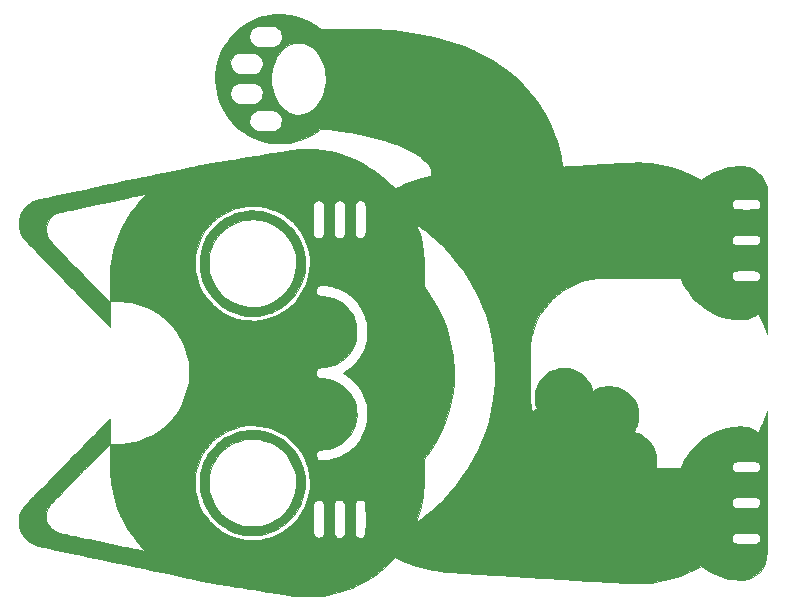
<source format=gto>
G04 #@! TF.FileFunction,Legend,Top*
%FSLAX46Y46*%
G04 Gerber Fmt 4.6, Leading zero omitted, Abs format (unit mm)*
G04 Created by KiCad (PCBNEW 4.0.7) date Friday, August 17, 2018 'PMt' 06:17:43 PM*
%MOMM*%
%LPD*%
G01*
G04 APERTURE LIST*
%ADD10C,0.100000*%
%ADD11C,0.010000*%
G04 APERTURE END LIST*
D10*
D11*
G36*
X125114684Y-105489505D02*
X125197857Y-105190617D01*
X125259637Y-105038651D01*
X125302134Y-104950663D01*
X125349891Y-104865002D01*
X125406583Y-104777248D01*
X125475884Y-104682977D01*
X125561467Y-104577768D01*
X125667008Y-104457199D01*
X125796180Y-104316849D01*
X125952656Y-104152295D01*
X126140113Y-103959116D01*
X126248882Y-103848092D01*
X126346205Y-103748952D01*
X126476576Y-103616091D01*
X126637486Y-103452068D01*
X126826426Y-103259442D01*
X127040886Y-103040772D01*
X127278358Y-102798619D01*
X127536331Y-102535540D01*
X127812296Y-102254096D01*
X128103743Y-101956844D01*
X128408164Y-101646345D01*
X128723049Y-101325158D01*
X129045889Y-100995842D01*
X129374173Y-100660956D01*
X129705393Y-100323060D01*
X129855057Y-100170373D01*
X130173690Y-99845356D01*
X130482657Y-99530304D01*
X130780090Y-99227117D01*
X131064120Y-98937697D01*
X131332879Y-98663943D01*
X131584498Y-98407757D01*
X131817108Y-98171038D01*
X132028842Y-97955689D01*
X132217829Y-97763608D01*
X132382203Y-97596696D01*
X132520094Y-97456855D01*
X132629633Y-97345984D01*
X132708953Y-97265985D01*
X132756184Y-97218758D01*
X132769707Y-97205800D01*
X132771590Y-97230321D01*
X132773335Y-97300366D01*
X132774898Y-97410658D01*
X132776235Y-97555921D01*
X132777302Y-97730880D01*
X132778055Y-97930259D01*
X132778450Y-98148781D01*
X132778499Y-98260938D01*
X132778499Y-99316075D01*
X130817862Y-101315288D01*
X130542159Y-101596400D01*
X130266564Y-101877378D01*
X129994364Y-102154868D01*
X129728852Y-102425517D01*
X129473315Y-102685973D01*
X129231044Y-102932883D01*
X129005330Y-103162895D01*
X128799461Y-103372655D01*
X128616728Y-103558810D01*
X128460420Y-103718009D01*
X128333828Y-103846898D01*
X128257962Y-103924100D01*
X128088183Y-104097515D01*
X127950498Y-104240032D01*
X127840776Y-104356363D01*
X127754884Y-104451221D01*
X127688687Y-104529318D01*
X127638053Y-104595367D01*
X127598848Y-104654080D01*
X127566940Y-104710170D01*
X127564592Y-104714659D01*
X127457989Y-104971328D01*
X127398970Y-105235051D01*
X127386706Y-105500188D01*
X127420369Y-105761102D01*
X127499133Y-106012154D01*
X127622168Y-106247707D01*
X127788646Y-106462120D01*
X127827065Y-106501953D01*
X128036891Y-106677244D01*
X128273897Y-106810049D01*
X128539582Y-106901192D01*
X128565294Y-106907460D01*
X128619451Y-106919621D01*
X128718042Y-106941083D01*
X128857683Y-106971133D01*
X129034989Y-107009059D01*
X129246576Y-107054148D01*
X129489059Y-107105688D01*
X129759053Y-107162965D01*
X130053175Y-107225268D01*
X130368038Y-107291884D01*
X130700259Y-107362100D01*
X131046452Y-107435203D01*
X131403234Y-107510481D01*
X131767219Y-107587221D01*
X132135023Y-107664711D01*
X132503262Y-107742237D01*
X132868549Y-107819088D01*
X133227502Y-107894551D01*
X133576736Y-107967912D01*
X133912865Y-108038460D01*
X134232504Y-108105482D01*
X134532271Y-108168265D01*
X134808779Y-108226096D01*
X135058644Y-108278264D01*
X135278481Y-108324054D01*
X135464907Y-108362755D01*
X135614535Y-108393655D01*
X135723982Y-108416039D01*
X135789863Y-108429196D01*
X135808974Y-108432601D01*
X135803958Y-108415904D01*
X135768695Y-108370469D01*
X135709058Y-108303276D01*
X135632635Y-108223051D01*
X135165032Y-107711083D01*
X134734551Y-107168028D01*
X134342931Y-106597277D01*
X133991910Y-106002222D01*
X133683226Y-105386253D01*
X133418619Y-104752763D01*
X133199826Y-104105143D01*
X133028586Y-103446784D01*
X132934202Y-102958900D01*
X132899572Y-102739175D01*
X132870232Y-102528271D01*
X132845792Y-102319595D01*
X132825857Y-102106553D01*
X132810035Y-101882551D01*
X132797934Y-101640995D01*
X132789158Y-101375292D01*
X132783317Y-101078847D01*
X132780017Y-100745066D01*
X132778865Y-100367356D01*
X132778858Y-100352282D01*
X132778500Y-99345863D01*
X133432550Y-99332261D01*
X133704849Y-99324924D01*
X133937461Y-99314359D01*
X134141460Y-99299276D01*
X134327920Y-99278387D01*
X134507917Y-99250401D01*
X134692525Y-99214030D01*
X134892820Y-99167984D01*
X134937500Y-99157066D01*
X135450219Y-99004880D01*
X135952159Y-98804228D01*
X136439411Y-98556981D01*
X136908067Y-98265005D01*
X137119619Y-98113738D01*
X137258267Y-98002512D01*
X137419013Y-97860801D01*
X137592476Y-97697995D01*
X137769278Y-97523482D01*
X137940038Y-97346649D01*
X138095375Y-97176885D01*
X138225911Y-97023577D01*
X138286909Y-96945433D01*
X138604504Y-96479457D01*
X138874904Y-95995645D01*
X139098841Y-95492273D01*
X139277044Y-94967618D01*
X139410242Y-94419955D01*
X139450783Y-94195900D01*
X139471230Y-94030975D01*
X139486108Y-93827462D01*
X139495418Y-93597264D01*
X139499162Y-93352287D01*
X139497343Y-93104437D01*
X139489963Y-92865617D01*
X139477024Y-92647733D01*
X139458528Y-92462689D01*
X139450462Y-92406106D01*
X139340006Y-91863364D01*
X139183918Y-91339556D01*
X138984270Y-90836926D01*
X138743130Y-90357716D01*
X138462569Y-89904171D01*
X138144657Y-89478533D01*
X137791463Y-89083047D01*
X137405057Y-88719955D01*
X136987509Y-88391500D01*
X136540888Y-88099927D01*
X136067266Y-87847478D01*
X135568710Y-87636397D01*
X135047292Y-87468928D01*
X134848600Y-87418375D01*
X134611619Y-87367785D01*
X134369290Y-87327815D01*
X134111364Y-87297343D01*
X133827595Y-87275249D01*
X133507733Y-87260412D01*
X133365875Y-87256219D01*
X132772150Y-87241095D01*
X132785716Y-85981398D01*
X132790062Y-85633357D01*
X132795155Y-85332258D01*
X132801124Y-85074247D01*
X132808098Y-84855468D01*
X132816205Y-84672069D01*
X132825573Y-84520193D01*
X132836331Y-84395988D01*
X132839559Y-84366100D01*
X132945237Y-83643324D01*
X133096039Y-82943750D01*
X133292213Y-82266852D01*
X133534007Y-81612103D01*
X133821669Y-80978973D01*
X134155446Y-80366937D01*
X134535588Y-79775465D01*
X134962341Y-79204030D01*
X135435954Y-78652105D01*
X135612944Y-78463329D01*
X135707726Y-78362482D01*
X135784566Y-78276818D01*
X135838896Y-78211773D01*
X135866150Y-78172780D01*
X135864267Y-78164282D01*
X135833969Y-78171251D01*
X135756747Y-78188084D01*
X135635390Y-78214189D01*
X135472688Y-78248975D01*
X135271429Y-78291851D01*
X135034402Y-78342226D01*
X134764395Y-78399509D01*
X134464199Y-78463108D01*
X134136602Y-78532432D01*
X133784392Y-78606890D01*
X133410359Y-78685890D01*
X133017292Y-78768842D01*
X132607979Y-78855155D01*
X132185210Y-78944236D01*
X132143338Y-78953055D01*
X131717671Y-79042862D01*
X131304149Y-79130412D01*
X130905649Y-79215079D01*
X130525050Y-79296242D01*
X130165228Y-79373276D01*
X129829062Y-79445557D01*
X129519429Y-79512462D01*
X129239207Y-79573367D01*
X128991274Y-79627649D01*
X128778507Y-79674684D01*
X128603783Y-79713848D01*
X128469981Y-79744518D01*
X128379978Y-79766070D01*
X128336651Y-79777881D01*
X128335618Y-79778259D01*
X128101556Y-79893532D01*
X127894035Y-80048600D01*
X127716873Y-80237827D01*
X127573886Y-80455575D01*
X127468890Y-80696205D01*
X127405703Y-80954079D01*
X127387736Y-81178400D01*
X127396807Y-81382302D01*
X127429902Y-81564413D01*
X127491923Y-81744585D01*
X127566506Y-81902300D01*
X127602716Y-81966218D01*
X127648032Y-82033238D01*
X127707254Y-82108967D01*
X127785179Y-82199014D01*
X127886606Y-82308984D01*
X128016331Y-82444486D01*
X128131613Y-82562700D01*
X128212534Y-82645258D01*
X128326100Y-82761125D01*
X128469398Y-82907331D01*
X128639517Y-83080905D01*
X128833544Y-83278876D01*
X129048567Y-83498271D01*
X129281675Y-83736120D01*
X129529955Y-83989451D01*
X129790495Y-84255293D01*
X130060383Y-84530676D01*
X130336706Y-84812626D01*
X130616553Y-85098174D01*
X130691585Y-85174734D01*
X132778500Y-87304167D01*
X132778500Y-88356084D01*
X132778262Y-88581685D01*
X132777585Y-88790713D01*
X132776518Y-88977883D01*
X132775114Y-89137913D01*
X132773422Y-89265517D01*
X132771495Y-89355411D01*
X132769383Y-89402311D01*
X132768324Y-89408000D01*
X132749277Y-89389844D01*
X132694716Y-89335383D01*
X132604650Y-89244624D01*
X132479089Y-89117579D01*
X132318042Y-88954255D01*
X132121518Y-88754662D01*
X131889526Y-88518810D01*
X131622075Y-88246708D01*
X131319174Y-87938365D01*
X130980833Y-87593790D01*
X130607060Y-87212993D01*
X130197864Y-86795982D01*
X129753255Y-86342768D01*
X129273241Y-85853359D01*
X128757833Y-85327764D01*
X128207038Y-84765993D01*
X127620866Y-84168056D01*
X126999326Y-83533961D01*
X126342427Y-82863718D01*
X126097209Y-82613500D01*
X125954456Y-82466194D01*
X125818136Y-82322453D01*
X125693847Y-82188415D01*
X125587185Y-82070215D01*
X125503750Y-81973990D01*
X125449137Y-81905876D01*
X125440049Y-81893085D01*
X125279491Y-81619236D01*
X125167218Y-81339852D01*
X125100771Y-81046985D01*
X125077694Y-80732687D01*
X125077641Y-80721200D01*
X125097178Y-80394511D01*
X125158692Y-80093764D01*
X125264107Y-79814357D01*
X125415348Y-79551686D01*
X125614336Y-79301148D01*
X125714700Y-79196356D01*
X125909839Y-79019844D01*
X126104254Y-78882282D01*
X126313054Y-78774353D01*
X126530100Y-78693457D01*
X126568792Y-78683769D01*
X126655128Y-78664083D01*
X126787034Y-78634841D01*
X126962439Y-78596486D01*
X127179269Y-78549458D01*
X127435453Y-78494200D01*
X127728917Y-78431154D01*
X128057590Y-78360761D01*
X128419398Y-78283463D01*
X128812269Y-78199702D01*
X129234131Y-78109920D01*
X129682911Y-78014557D01*
X130156536Y-77914057D01*
X130652935Y-77808861D01*
X131170034Y-77699411D01*
X131705761Y-77586148D01*
X132258043Y-77469515D01*
X132824809Y-77349952D01*
X133403984Y-77227903D01*
X133527800Y-77201828D01*
X134266468Y-77046284D01*
X134957061Y-76900858D01*
X135601218Y-76765210D01*
X136200576Y-76639000D01*
X136756771Y-76521886D01*
X137271441Y-76413528D01*
X137746223Y-76313585D01*
X138182755Y-76221717D01*
X138582674Y-76137581D01*
X138947618Y-76060839D01*
X139279223Y-75991149D01*
X139579126Y-75928169D01*
X139848967Y-75871561D01*
X140090380Y-75820982D01*
X140305004Y-75776092D01*
X140494477Y-75736550D01*
X140660435Y-75702015D01*
X140804516Y-75672148D01*
X140928357Y-75646606D01*
X141033595Y-75625049D01*
X141121868Y-75607137D01*
X141194813Y-75592529D01*
X141254067Y-75580883D01*
X141301268Y-75571859D01*
X141338053Y-75565117D01*
X141366060Y-75560316D01*
X141386925Y-75557114D01*
X141402285Y-75555171D01*
X141413779Y-75554147D01*
X141423044Y-75553700D01*
X141431716Y-75553490D01*
X141441434Y-75553176D01*
X141452600Y-75552511D01*
X141492995Y-75547326D01*
X141580436Y-75534438D01*
X141711834Y-75514340D01*
X141884100Y-75487524D01*
X142094144Y-75454483D01*
X142338878Y-75415707D01*
X142615212Y-75371691D01*
X142920058Y-75322926D01*
X143250326Y-75269904D01*
X143602928Y-75213118D01*
X143974775Y-75153059D01*
X144362777Y-75090222D01*
X144763845Y-75025096D01*
X144856200Y-75010076D01*
X145261732Y-74944159D01*
X145656133Y-74880163D01*
X146036201Y-74818602D01*
X146398734Y-74759991D01*
X146740533Y-74704843D01*
X147058395Y-74653671D01*
X147349121Y-74606991D01*
X147609509Y-74565315D01*
X147836358Y-74529157D01*
X148026467Y-74499031D01*
X148176636Y-74475452D01*
X148283663Y-74458932D01*
X148344347Y-74449986D01*
X148350246Y-74449201D01*
X148697185Y-74414628D01*
X149078299Y-74393993D01*
X149478932Y-74387223D01*
X149884430Y-74394242D01*
X150280139Y-74414976D01*
X150651404Y-74449350D01*
X150749000Y-74461411D01*
X151444360Y-74577900D01*
X152127730Y-74742760D01*
X152796244Y-74954837D01*
X153447035Y-75212976D01*
X154077239Y-75516021D01*
X154683989Y-75862817D01*
X155264421Y-76252209D01*
X155353807Y-76317758D01*
X155576719Y-76486584D01*
X155776930Y-76646325D01*
X155966287Y-76807273D01*
X156156639Y-76979720D01*
X156359833Y-77173959D01*
X156508553Y-77320913D01*
X156908707Y-77720366D01*
X157245153Y-77560880D01*
X157862884Y-77288459D01*
X158478638Y-77057135D01*
X158573760Y-77025069D01*
X158726052Y-76976744D01*
X158902011Y-76924493D01*
X159090829Y-76871187D01*
X159281699Y-76819695D01*
X159463816Y-76772889D01*
X159626372Y-76733638D01*
X159758562Y-76704812D01*
X159825133Y-76692702D01*
X159893310Y-76675113D01*
X159939409Y-76642163D01*
X159966636Y-76585828D01*
X159978196Y-76498086D01*
X159977293Y-76370916D01*
X159974765Y-76318156D01*
X159965643Y-76197687D01*
X159949788Y-76105911D01*
X159921366Y-76020734D01*
X159874544Y-75920056D01*
X159864296Y-75899734D01*
X159777780Y-75758284D01*
X159656191Y-75600597D01*
X159508267Y-75436147D01*
X159342747Y-75274410D01*
X159168369Y-75124860D01*
X159102767Y-75074072D01*
X158706037Y-74801162D01*
X158261111Y-74541322D01*
X157768963Y-74294845D01*
X157230564Y-74062021D01*
X156646887Y-73843143D01*
X156018902Y-73638502D01*
X155347583Y-73448389D01*
X154633901Y-73273097D01*
X153878828Y-73112918D01*
X153083335Y-72968142D01*
X152248396Y-72839062D01*
X151374981Y-72725969D01*
X151218900Y-72707917D01*
X150672800Y-72645849D01*
X150571200Y-72722508D01*
X150166134Y-73004493D01*
X149746994Y-73251045D01*
X149320977Y-73458585D01*
X148895281Y-73623534D01*
X148822797Y-73644897D01*
X148822797Y-71471821D01*
X149100501Y-71438837D01*
X149370278Y-71362972D01*
X149629567Y-71246190D01*
X149875807Y-71090458D01*
X150106434Y-70897742D01*
X150318887Y-70670009D01*
X150510604Y-70409223D01*
X150679023Y-70117353D01*
X150821582Y-69796363D01*
X150935719Y-69448219D01*
X151018872Y-69074889D01*
X151040605Y-68935600D01*
X151052702Y-68800069D01*
X151058046Y-68627767D01*
X151057147Y-68432205D01*
X151050517Y-68226890D01*
X151038665Y-68025332D01*
X151022104Y-67841037D01*
X151001343Y-67687516D01*
X150991427Y-67635146D01*
X150893340Y-67264619D01*
X150763700Y-66919871D01*
X150605116Y-66603401D01*
X150420200Y-66317708D01*
X150211561Y-66065293D01*
X149981808Y-65848653D01*
X149733553Y-65670290D01*
X149469405Y-65532701D01*
X149191974Y-65438386D01*
X148903870Y-65389846D01*
X148643704Y-65386971D01*
X148343933Y-65430415D01*
X148057150Y-65520994D01*
X147785647Y-65656183D01*
X147531714Y-65833457D01*
X147297641Y-66050290D01*
X147085719Y-66304158D01*
X146898238Y-66592535D01*
X146737490Y-66912896D01*
X146605764Y-67262715D01*
X146505351Y-67639467D01*
X146478630Y-67773912D01*
X146456347Y-67940392D01*
X146441991Y-68141394D01*
X146435576Y-68361710D01*
X146437112Y-68586133D01*
X146446611Y-68799455D01*
X146464087Y-68986469D01*
X146477592Y-69075300D01*
X146569524Y-69471690D01*
X146694936Y-69840983D01*
X146851896Y-70180302D01*
X147038470Y-70486772D01*
X147252727Y-70757513D01*
X147492734Y-70989651D01*
X147756558Y-71180307D01*
X147967749Y-71293815D01*
X148253859Y-71401275D01*
X148539729Y-71459955D01*
X148822797Y-71471821D01*
X148822797Y-73644897D01*
X148559549Y-73722487D01*
X148029930Y-73830627D01*
X147502507Y-73888406D01*
X146978863Y-73895998D01*
X146460579Y-73853580D01*
X145949239Y-73761327D01*
X145446426Y-73619415D01*
X145288000Y-73557873D01*
X145288000Y-72885300D01*
X146659600Y-72885300D01*
X146802348Y-72818367D01*
X146985610Y-72707251D01*
X147134780Y-72565371D01*
X147247249Y-72399388D01*
X147320413Y-72215961D01*
X147351665Y-72021749D01*
X147338398Y-71823412D01*
X147278006Y-71627609D01*
X147272867Y-71616175D01*
X147176838Y-71455102D01*
X147049139Y-71311989D01*
X146903811Y-71202167D01*
X146882825Y-71190304D01*
X146803909Y-71152054D01*
X146720438Y-71122300D01*
X146625266Y-71100214D01*
X146511247Y-71084970D01*
X146371232Y-71075742D01*
X146198075Y-71071704D01*
X145984629Y-71072029D01*
X145871737Y-71073404D01*
X145684812Y-71076262D01*
X145540895Y-71079265D01*
X145432198Y-71083266D01*
X145350934Y-71089123D01*
X145289316Y-71097690D01*
X145239556Y-71109824D01*
X145193868Y-71126380D01*
X145144463Y-71148213D01*
X145129951Y-71154904D01*
X144981873Y-71244200D01*
X144842501Y-71366042D01*
X144726610Y-71505768D01*
X144660711Y-71620615D01*
X144631849Y-71697677D01*
X144614433Y-71782480D01*
X144605949Y-71891133D01*
X144604020Y-71983600D01*
X144604848Y-72104191D01*
X144611448Y-72190749D01*
X144626753Y-72259965D01*
X144653696Y-72328527D01*
X144671041Y-72364919D01*
X144786991Y-72544359D01*
X144941718Y-72694563D01*
X145122900Y-72806345D01*
X145288000Y-72885300D01*
X145288000Y-73557873D01*
X144953722Y-73428019D01*
X144665317Y-73290376D01*
X144348200Y-73107982D01*
X144348200Y-70573900D01*
X145059400Y-70573900D01*
X145200259Y-70507832D01*
X145389707Y-70394306D01*
X145537792Y-70251568D01*
X145643610Y-70081125D01*
X145706259Y-69884485D01*
X145724835Y-69663153D01*
X145724023Y-69634100D01*
X145714483Y-69507508D01*
X145693980Y-69408084D01*
X145657125Y-69312506D01*
X145642840Y-69282646D01*
X145547318Y-69134004D01*
X145419399Y-68999119D01*
X145273419Y-68891256D01*
X145159962Y-68835794D01*
X145113008Y-68819569D01*
X145064862Y-68807052D01*
X145008363Y-68797772D01*
X144936352Y-68791254D01*
X144841670Y-68787026D01*
X144717158Y-68784614D01*
X144646509Y-68784147D01*
X144646509Y-68045339D01*
X144766701Y-68044189D01*
X144859090Y-68040667D01*
X144931336Y-68034348D01*
X144991101Y-68024806D01*
X145046047Y-68011617D01*
X145092807Y-67997806D01*
X145294763Y-67911211D01*
X145460904Y-67789757D01*
X145588875Y-67636809D01*
X145676319Y-67455733D01*
X145720882Y-67249894D01*
X145725351Y-67094100D01*
X145717073Y-66976948D01*
X145699867Y-66887537D01*
X145667798Y-66802900D01*
X145631394Y-66730561D01*
X145515473Y-66559819D01*
X145367908Y-66416060D01*
X145261531Y-66348675D01*
X145261531Y-65722500D01*
X146685000Y-65722500D01*
X146830296Y-65654401D01*
X147008624Y-65543658D01*
X147154072Y-65395308D01*
X147264057Y-65212520D01*
X147323204Y-65049400D01*
X147351060Y-64908112D01*
X147350954Y-64772411D01*
X147322659Y-64619481D01*
X147318734Y-64604138D01*
X147241684Y-64403448D01*
X147124148Y-64232419D01*
X146968949Y-64094159D01*
X146778910Y-63991777D01*
X146753868Y-63982039D01*
X146708542Y-63966126D01*
X146663442Y-63953861D01*
X146611667Y-63944866D01*
X146546314Y-63938764D01*
X146460480Y-63935177D01*
X146347262Y-63933727D01*
X146199759Y-63934038D01*
X146011068Y-63935732D01*
X145924494Y-63936690D01*
X145237200Y-63944500D01*
X145077984Y-64030838D01*
X144901143Y-64150981D01*
X144763273Y-64300689D01*
X144669133Y-64462152D01*
X144634965Y-64543302D01*
X144614638Y-64619064D01*
X144604826Y-64707896D01*
X144602202Y-64828258D01*
X144602200Y-64833500D01*
X144604568Y-64954826D01*
X144613867Y-65043667D01*
X144633390Y-65118209D01*
X144666430Y-65196637D01*
X144668884Y-65201800D01*
X144777093Y-65382968D01*
X144912158Y-65524515D01*
X145080918Y-65633511D01*
X145091682Y-65638884D01*
X145261531Y-65722500D01*
X145261531Y-66348675D01*
X145199894Y-66309630D01*
X145153421Y-66289016D01*
X145107093Y-66271199D01*
X145062402Y-66257420D01*
X145012245Y-66247163D01*
X144949520Y-66239916D01*
X144867122Y-66235163D01*
X144757949Y-66232391D01*
X144614899Y-66231085D01*
X144430867Y-66230733D01*
X144348200Y-66230742D01*
X144146735Y-66231007D01*
X143988943Y-66231987D01*
X143867694Y-66234210D01*
X143775861Y-66238202D01*
X143706316Y-66244489D01*
X143651931Y-66253598D01*
X143605578Y-66266055D01*
X143560128Y-66282387D01*
X143539778Y-66290454D01*
X143386217Y-66374523D01*
X143243159Y-66493849D01*
X143123850Y-66635214D01*
X143041531Y-66785399D01*
X143040004Y-66789300D01*
X142991069Y-66977272D01*
X142980225Y-67177957D01*
X143007544Y-67373106D01*
X143037317Y-67467522D01*
X143131225Y-67641811D01*
X143265909Y-67795268D01*
X143432692Y-67918671D01*
X143491965Y-67950574D01*
X143661118Y-68033900D01*
X144292066Y-68042221D01*
X144490851Y-68044541D01*
X144646509Y-68045339D01*
X144646509Y-68784147D01*
X144555655Y-68783545D01*
X144366297Y-68783342D01*
X144184126Y-68784331D01*
X144014421Y-68787038D01*
X143865166Y-68791195D01*
X143744343Y-68796534D01*
X143659935Y-68802787D01*
X143623951Y-68808279D01*
X143454327Y-68879663D01*
X143296052Y-68991563D01*
X143159959Y-69133698D01*
X143056880Y-69295789D01*
X143021454Y-69380100D01*
X142982326Y-69560190D01*
X142980323Y-69754617D01*
X143014566Y-69944015D01*
X143051718Y-70046235D01*
X143141813Y-70197525D01*
X143266791Y-70339869D01*
X143411482Y-70457855D01*
X143515314Y-70517209D01*
X143553164Y-70533887D01*
X143591044Y-70546929D01*
X143635502Y-70556783D01*
X143693084Y-70563894D01*
X143770336Y-70568707D01*
X143873804Y-70571669D01*
X144010035Y-70573224D01*
X144185574Y-70573818D01*
X144348200Y-70573900D01*
X144348200Y-73107982D01*
X144221256Y-73034968D01*
X143802700Y-72737113D01*
X143412954Y-72400055D01*
X143055322Y-72027038D01*
X142733108Y-71621308D01*
X142449616Y-71186109D01*
X142359537Y-71026290D01*
X142132196Y-70553995D01*
X141952263Y-70065853D01*
X141820154Y-69565248D01*
X141736284Y-69055566D01*
X141701069Y-68540192D01*
X141714924Y-68022510D01*
X141778266Y-67505907D01*
X141873053Y-67063449D01*
X142027719Y-66564069D01*
X142228237Y-66084777D01*
X142472781Y-65628135D01*
X142759522Y-65196704D01*
X143086635Y-64793045D01*
X143452291Y-64419720D01*
X143854662Y-64079288D01*
X144157700Y-63861588D01*
X144442717Y-63687508D01*
X144763306Y-63521020D01*
X145104251Y-63368684D01*
X145450333Y-63237060D01*
X145786335Y-63132707D01*
X145935700Y-63095120D01*
X146294659Y-63027797D01*
X146679691Y-62983247D01*
X147074422Y-62962214D01*
X147462479Y-62965440D01*
X147827490Y-62993669D01*
X147916638Y-63005201D01*
X148437736Y-63104251D01*
X148943245Y-63251410D01*
X149431205Y-63445848D01*
X149899659Y-63686738D01*
X150346647Y-63973252D01*
X150535059Y-64112816D01*
X150727518Y-64261555D01*
X151208159Y-64230812D01*
X151352839Y-64223556D01*
X151541373Y-64217233D01*
X151767757Y-64211843D01*
X152025989Y-64207384D01*
X152310064Y-64203854D01*
X152613978Y-64201254D01*
X152931728Y-64199580D01*
X153257309Y-64198833D01*
X153584719Y-64199011D01*
X153907954Y-64200112D01*
X154221009Y-64202135D01*
X154517881Y-64205079D01*
X154792566Y-64208944D01*
X155039061Y-64213726D01*
X155251362Y-64219426D01*
X155423465Y-64226042D01*
X155524200Y-64231717D01*
X155998767Y-64266048D01*
X156426616Y-64300551D01*
X156811830Y-64335585D01*
X157158491Y-64371512D01*
X157327600Y-64390992D01*
X158320018Y-64528021D01*
X159280134Y-64697710D01*
X160207017Y-64899729D01*
X161099736Y-65133747D01*
X161957359Y-65399431D01*
X162778957Y-65696451D01*
X163563599Y-66024476D01*
X164310354Y-66383173D01*
X165018291Y-66772213D01*
X165686479Y-67191264D01*
X166186320Y-67543827D01*
X166822955Y-68046564D01*
X167417287Y-68577375D01*
X167969451Y-69136409D01*
X168479580Y-69723813D01*
X168947808Y-70339737D01*
X169374268Y-70984327D01*
X169546020Y-71272400D01*
X169850594Y-71840194D01*
X170131701Y-72445304D01*
X170386008Y-73078406D01*
X170610176Y-73730174D01*
X170800872Y-74391283D01*
X170954757Y-75052408D01*
X171018097Y-75387200D01*
X171042765Y-75526321D01*
X171065704Y-75650772D01*
X171085003Y-75750547D01*
X171098752Y-75815636D01*
X171103189Y-75832819D01*
X171106338Y-75840978D01*
X171112131Y-75848043D01*
X171123406Y-75853892D01*
X171143001Y-75858402D01*
X171173753Y-75861451D01*
X171218501Y-75862917D01*
X171280082Y-75862676D01*
X171361334Y-75860607D01*
X171465094Y-75856587D01*
X171594201Y-75850494D01*
X171751491Y-75842205D01*
X171939803Y-75831597D01*
X172161975Y-75818548D01*
X172420843Y-75802937D01*
X172719247Y-75784639D01*
X173060023Y-75763533D01*
X173446009Y-75739497D01*
X173850300Y-75714264D01*
X174228626Y-75690739D01*
X174599808Y-75667839D01*
X174959826Y-75645804D01*
X175304664Y-75624871D01*
X175630302Y-75605280D01*
X175932721Y-75587267D01*
X176207905Y-75571072D01*
X176451833Y-75556931D01*
X176660488Y-75545085D01*
X176829852Y-75535771D01*
X176955905Y-75529226D01*
X177025300Y-75526047D01*
X177492369Y-75520855D01*
X177988535Y-75540259D01*
X178499097Y-75583123D01*
X179009351Y-75648310D01*
X179355994Y-75706158D01*
X179931962Y-75829589D01*
X180512729Y-75987505D01*
X181087728Y-76176128D01*
X181646390Y-76391680D01*
X182178148Y-76630382D01*
X182672434Y-76888459D01*
X182687868Y-76897196D01*
X182851337Y-76989976D01*
X182929168Y-76931588D01*
X183333254Y-76656786D01*
X183765778Y-76415489D01*
X184217489Y-76211882D01*
X184679137Y-76050148D01*
X185127900Y-75937187D01*
X185504232Y-75873056D01*
X185860650Y-75835817D01*
X186191872Y-75825560D01*
X186492618Y-75842377D01*
X186757605Y-75886358D01*
X186839200Y-75907685D01*
X187153632Y-76023713D01*
X187437857Y-76180232D01*
X187690685Y-76376034D01*
X187910927Y-76609914D01*
X188097393Y-76880667D01*
X188248896Y-77187085D01*
X188333959Y-77423611D01*
X188391672Y-77609700D01*
X188402474Y-90081100D01*
X188315199Y-89782615D01*
X188176692Y-89369287D01*
X188002315Y-88949041D01*
X187842163Y-88620600D01*
X187783515Y-88509535D01*
X187732293Y-88414788D01*
X187693533Y-88345515D01*
X187672271Y-88310873D01*
X187670912Y-88309240D01*
X187642928Y-88313598D01*
X187587286Y-88343414D01*
X187515890Y-88392281D01*
X187514019Y-88393681D01*
X187328939Y-88513317D01*
X187112771Y-88621603D01*
X186885176Y-88709449D01*
X186740800Y-88751189D01*
X186654565Y-88770480D01*
X186654565Y-85572600D01*
X186888705Y-85572424D01*
X187077645Y-85571706D01*
X187226984Y-85570167D01*
X187342321Y-85567524D01*
X187429255Y-85563496D01*
X187493385Y-85557802D01*
X187540310Y-85550160D01*
X187575629Y-85540289D01*
X187604941Y-85527908D01*
X187611761Y-85524503D01*
X187736821Y-85435445D01*
X187822198Y-85320417D01*
X187864900Y-85187302D01*
X187861935Y-85043986D01*
X187832031Y-84944064D01*
X187773516Y-84834499D01*
X187697194Y-84758267D01*
X187604400Y-84705971D01*
X187572865Y-84693233D01*
X187535871Y-84683020D01*
X187487752Y-84675052D01*
X187422844Y-84669051D01*
X187335481Y-84664736D01*
X187220000Y-84661829D01*
X187070735Y-84660050D01*
X186882023Y-84659120D01*
X186648197Y-84658759D01*
X186647203Y-84658758D01*
X186387673Y-84659433D01*
X186287279Y-84660495D01*
X186287279Y-82547146D01*
X186501563Y-82546555D01*
X186712026Y-82544916D01*
X187557422Y-82537300D01*
X187665455Y-82465771D01*
X187769528Y-82368537D01*
X187839011Y-82244201D01*
X187869710Y-82105515D01*
X187857427Y-81965227D01*
X187844084Y-81923004D01*
X187807832Y-81855463D01*
X187755181Y-81785488D01*
X187748834Y-81778522D01*
X187713475Y-81742185D01*
X187678494Y-81712592D01*
X187638501Y-81689053D01*
X187588108Y-81670875D01*
X187521926Y-81657367D01*
X187434564Y-81647835D01*
X187320633Y-81641588D01*
X187174744Y-81637934D01*
X186991509Y-81636181D01*
X186765536Y-81635636D01*
X186650650Y-81635605D01*
X186650650Y-79502000D01*
X186896791Y-79501905D01*
X187097567Y-79501143D01*
X187258411Y-79499004D01*
X187384758Y-79494776D01*
X187482041Y-79487747D01*
X187555694Y-79477208D01*
X187611153Y-79462446D01*
X187653850Y-79442749D01*
X187689220Y-79417407D01*
X187722697Y-79385707D01*
X187748993Y-79358218D01*
X187821211Y-79264692D01*
X187857153Y-79166436D01*
X187863456Y-79044109D01*
X187862559Y-79027279D01*
X187832138Y-78880248D01*
X187788853Y-78796299D01*
X187755344Y-78747411D01*
X187722310Y-78707412D01*
X187684521Y-78675411D01*
X187636747Y-78650515D01*
X187573758Y-78631833D01*
X187490323Y-78618474D01*
X187381212Y-78609545D01*
X187241196Y-78604155D01*
X187065043Y-78601412D01*
X186847524Y-78600425D01*
X186639200Y-78600300D01*
X186390103Y-78600398D01*
X186186440Y-78601269D01*
X186022846Y-78603785D01*
X185893953Y-78608818D01*
X185794396Y-78617236D01*
X185718810Y-78629912D01*
X185661827Y-78647715D01*
X185618083Y-78671516D01*
X185582210Y-78702186D01*
X185548844Y-78740595D01*
X185516563Y-78782447D01*
X185478115Y-78839202D01*
X185456570Y-78894480D01*
X185447237Y-78966412D01*
X185445400Y-79057500D01*
X185447975Y-79159487D01*
X185458710Y-79228707D01*
X185482117Y-79283064D01*
X185513816Y-79328953D01*
X185547969Y-79372393D01*
X185581209Y-79407877D01*
X185618821Y-79436212D01*
X185666089Y-79458200D01*
X185728299Y-79474646D01*
X185810735Y-79486356D01*
X185918681Y-79494132D01*
X186057423Y-79498780D01*
X186232245Y-79501105D01*
X186448431Y-79501910D01*
X186650650Y-79502000D01*
X186650650Y-81635605D01*
X186635897Y-81635600D01*
X185754663Y-81635600D01*
X185644438Y-81700196D01*
X185533078Y-81792830D01*
X185462239Y-81915260D01*
X185433340Y-82064856D01*
X185432700Y-82093050D01*
X185449554Y-82233161D01*
X185503917Y-82346320D01*
X185585342Y-82432007D01*
X185625584Y-82463157D01*
X185668486Y-82488425D01*
X185719503Y-82508359D01*
X185784092Y-82523505D01*
X185867708Y-82534410D01*
X185975808Y-82541621D01*
X186113846Y-82545684D01*
X186287279Y-82547146D01*
X186287279Y-84660495D01*
X186166611Y-84661773D01*
X185986544Y-84665705D01*
X185849997Y-84671158D01*
X185759499Y-84678058D01*
X185720103Y-84685216D01*
X185628365Y-84738329D01*
X185538660Y-84820238D01*
X185471195Y-84912303D01*
X185468532Y-84917289D01*
X185447172Y-84983877D01*
X185434351Y-85073450D01*
X185432700Y-85115400D01*
X185439810Y-85206221D01*
X185457801Y-85287002D01*
X185468532Y-85313512D01*
X185534189Y-85405595D01*
X185623196Y-85488547D01*
X185715347Y-85543727D01*
X185720103Y-85545585D01*
X185768111Y-85553653D01*
X185864322Y-85560394D01*
X186006156Y-85565733D01*
X186191032Y-85569596D01*
X186416369Y-85571908D01*
X186654565Y-85572600D01*
X186654565Y-88770480D01*
X186634607Y-88774945D01*
X186534369Y-88790902D01*
X186425836Y-88800304D01*
X186294758Y-88804398D01*
X186131200Y-88804464D01*
X185615348Y-88775308D01*
X185108863Y-88696950D01*
X184614490Y-88570552D01*
X184134974Y-88397277D01*
X183673058Y-88178290D01*
X183231487Y-87914754D01*
X182813006Y-87607831D01*
X182420360Y-87258686D01*
X182372000Y-87210900D01*
X182017748Y-86822657D01*
X181706195Y-86409640D01*
X181439085Y-85974362D01*
X181254346Y-85602364D01*
X181121965Y-85305900D01*
X177606782Y-85305900D01*
X177094665Y-85305876D01*
X176630511Y-85305881D01*
X176211485Y-85306036D01*
X175834751Y-85306458D01*
X175497473Y-85307268D01*
X175196814Y-85308585D01*
X174929938Y-85310526D01*
X174694010Y-85313212D01*
X174486193Y-85316762D01*
X174303651Y-85321294D01*
X174143549Y-85326928D01*
X174003049Y-85333783D01*
X173879316Y-85341977D01*
X173769515Y-85351630D01*
X173670808Y-85362861D01*
X173580359Y-85375789D01*
X173495334Y-85390533D01*
X173412895Y-85407213D01*
X173330206Y-85425946D01*
X173244432Y-85446853D01*
X173152736Y-85470052D01*
X173052282Y-85495662D01*
X173045443Y-85497397D01*
X172518240Y-85656702D01*
X172011285Y-85860824D01*
X171526982Y-86107309D01*
X171067736Y-86393702D01*
X170635952Y-86717547D01*
X170234034Y-87076388D01*
X169864387Y-87467770D01*
X169529417Y-87889238D01*
X169231527Y-88338337D01*
X168973124Y-88812610D01*
X168756610Y-89309603D01*
X168584392Y-89826860D01*
X168506496Y-90131900D01*
X168481025Y-90244243D01*
X168458504Y-90346438D01*
X168438750Y-90442225D01*
X168421583Y-90535344D01*
X168406821Y-90629535D01*
X168394282Y-90728539D01*
X168383786Y-90836095D01*
X168375149Y-90955944D01*
X168368192Y-91091824D01*
X168362732Y-91247477D01*
X168358589Y-91426642D01*
X168355579Y-91633060D01*
X168353523Y-91870470D01*
X168352239Y-92142612D01*
X168351544Y-92453227D01*
X168351259Y-92806054D01*
X168351200Y-93204833D01*
X168351200Y-93332300D01*
X168351385Y-93761646D01*
X168351963Y-94142847D01*
X168352970Y-94478559D01*
X168354437Y-94771437D01*
X168356401Y-95024135D01*
X168358894Y-95239309D01*
X168361951Y-95419613D01*
X168365606Y-95567702D01*
X168369894Y-95686231D01*
X168374847Y-95777855D01*
X168380501Y-95845229D01*
X168383835Y-95872300D01*
X168405426Y-96015086D01*
X168429400Y-96159779D01*
X168453877Y-96296383D01*
X168476974Y-96414901D01*
X168496811Y-96505335D01*
X168511505Y-96557690D01*
X168513838Y-96563061D01*
X168541654Y-96566887D01*
X168605753Y-96538954D01*
X168707273Y-96478746D01*
X168726082Y-96466717D01*
X168812197Y-96409076D01*
X168879148Y-96360178D01*
X168917360Y-96327221D01*
X168922700Y-96318900D01*
X168914794Y-96284029D01*
X168894809Y-96220266D01*
X168883190Y-96186644D01*
X168813491Y-95932697D01*
X168772103Y-95652038D01*
X168759651Y-95360551D01*
X168776763Y-95074118D01*
X168824065Y-94808623D01*
X168828189Y-94792509D01*
X168942307Y-94452843D01*
X169099133Y-94138222D01*
X169295562Y-93851769D01*
X169528487Y-93596612D01*
X169794804Y-93375873D01*
X170091407Y-93192681D01*
X170415192Y-93050158D01*
X170624500Y-92984586D01*
X170776805Y-92954601D01*
X170962763Y-92934621D01*
X171167121Y-92924812D01*
X171374627Y-92925341D01*
X171570029Y-92936377D01*
X171738073Y-92958086D01*
X171801877Y-92971675D01*
X172135755Y-93080026D01*
X172449321Y-93230997D01*
X172737819Y-93420852D01*
X172996494Y-93645857D01*
X173220589Y-93902277D01*
X173405350Y-94186378D01*
X173445348Y-94262306D01*
X173500601Y-94381006D01*
X173554180Y-94510756D01*
X173595005Y-94624627D01*
X173596881Y-94630606D01*
X173625048Y-94721373D01*
X173647828Y-94794792D01*
X173660518Y-94835710D01*
X173660842Y-94836754D01*
X173686909Y-94843480D01*
X173751050Y-94817456D01*
X173821046Y-94778343D01*
X173959726Y-94706647D01*
X174130631Y-94634740D01*
X174315638Y-94569155D01*
X174496622Y-94516425D01*
X174627495Y-94487680D01*
X174800906Y-94468078D01*
X175004490Y-94462553D01*
X175221192Y-94470168D01*
X175433959Y-94489985D01*
X175625735Y-94521065D01*
X175737408Y-94548736D01*
X176077246Y-94675529D01*
X176388580Y-94843597D01*
X176669164Y-95051013D01*
X176916752Y-95295849D01*
X177129097Y-95576178D01*
X177303955Y-95890074D01*
X177306119Y-95894682D01*
X177385393Y-96076110D01*
X177443324Y-96241705D01*
X177482724Y-96405461D01*
X177506406Y-96581370D01*
X177517180Y-96783427D01*
X177518529Y-96951800D01*
X177516996Y-97114251D01*
X177513350Y-97238001D01*
X177506270Y-97335143D01*
X177494432Y-97417772D01*
X177476515Y-97497980D01*
X177451197Y-97587861D01*
X177447710Y-97599500D01*
X177403225Y-97730666D01*
X177344865Y-97880128D01*
X177283088Y-98021590D01*
X177263705Y-98062095D01*
X177216422Y-98161322D01*
X177180236Y-98243510D01*
X177159573Y-98298217D01*
X177156724Y-98314591D01*
X177182850Y-98330317D01*
X177246260Y-98357400D01*
X177335978Y-98391345D01*
X177394800Y-98412081D01*
X177717305Y-98548576D01*
X178010632Y-98724286D01*
X178272626Y-98935409D01*
X178501130Y-99178144D01*
X178693990Y-99448689D01*
X178849048Y-99743242D01*
X178964150Y-100058001D01*
X179037138Y-100389164D01*
X179065858Y-100732929D01*
X179048153Y-101085496D01*
X179018920Y-101276150D01*
X179000846Y-101371400D01*
X181133198Y-101371400D01*
X181178532Y-101250750D01*
X181239350Y-101106055D01*
X181322039Y-100933684D01*
X181419250Y-100747517D01*
X181523632Y-100561432D01*
X181627836Y-100389309D01*
X181666154Y-100330000D01*
X181977953Y-99902621D01*
X182324075Y-99511820D01*
X182702209Y-99158981D01*
X183110047Y-98845486D01*
X183545279Y-98572718D01*
X184005595Y-98342061D01*
X184488686Y-98154896D01*
X184992243Y-98012607D01*
X185513956Y-97916576D01*
X185741120Y-97890060D01*
X186123011Y-97869297D01*
X186471281Y-97884829D01*
X186788381Y-97937184D01*
X187076762Y-98026889D01*
X187338874Y-98154469D01*
X187514019Y-98271058D01*
X187585706Y-98320261D01*
X187641966Y-98350577D01*
X187670863Y-98355602D01*
X187671119Y-98355361D01*
X187689123Y-98326872D01*
X187725551Y-98261924D01*
X187775634Y-98169254D01*
X187834603Y-98057600D01*
X187854928Y-98018600D01*
X188072139Y-97559841D01*
X188246916Y-97099206D01*
X188316793Y-96875600D01*
X188402109Y-96583500D01*
X188400317Y-102743000D01*
X188400071Y-103300419D01*
X188399665Y-103845275D01*
X188399107Y-104375326D01*
X188398406Y-104888329D01*
X188397569Y-105382043D01*
X188396605Y-105854225D01*
X188395520Y-106302633D01*
X188394325Y-106725025D01*
X188393025Y-107119158D01*
X188391631Y-107482792D01*
X188390148Y-107813682D01*
X188388586Y-108109587D01*
X188386952Y-108368265D01*
X188385255Y-108587474D01*
X188383502Y-108764971D01*
X188381702Y-108898515D01*
X188379862Y-108985862D01*
X188377990Y-109024771D01*
X188377890Y-109025443D01*
X188299613Y-109344564D01*
X188177304Y-109643421D01*
X188014600Y-109918200D01*
X187815138Y-110165090D01*
X187582554Y-110380279D01*
X187320484Y-110559955D01*
X187032565Y-110700305D01*
X186722434Y-110797518D01*
X186678053Y-110807342D01*
X186654565Y-110810710D01*
X186654565Y-107797600D01*
X186888705Y-107797424D01*
X187077645Y-107796706D01*
X187226984Y-107795167D01*
X187342321Y-107792524D01*
X187429255Y-107788496D01*
X187493385Y-107782802D01*
X187540310Y-107775160D01*
X187575629Y-107765289D01*
X187604941Y-107752908D01*
X187611761Y-107749503D01*
X187736821Y-107660445D01*
X187822198Y-107545417D01*
X187864900Y-107412302D01*
X187861935Y-107268986D01*
X187832031Y-107169064D01*
X187773516Y-107059499D01*
X187697194Y-106983267D01*
X187604400Y-106930971D01*
X187572865Y-106918233D01*
X187535871Y-106908020D01*
X187487752Y-106900052D01*
X187422844Y-106894051D01*
X187335481Y-106889736D01*
X187220000Y-106886829D01*
X187070735Y-106885050D01*
X186882023Y-106884120D01*
X186648197Y-106883759D01*
X186647203Y-106883758D01*
X186387673Y-106884433D01*
X186280032Y-106885572D01*
X186280032Y-104772150D01*
X186492488Y-104771614D01*
X186712026Y-104769916D01*
X187557422Y-104762300D01*
X187665455Y-104690771D01*
X187769528Y-104593537D01*
X187839011Y-104469201D01*
X187869710Y-104330515D01*
X187857427Y-104190227D01*
X187844084Y-104148004D01*
X187807832Y-104080463D01*
X187755181Y-104010488D01*
X187748834Y-104003522D01*
X187713513Y-103967212D01*
X187678589Y-103937637D01*
X187638680Y-103914110D01*
X187588405Y-103895943D01*
X187522381Y-103882448D01*
X187435228Y-103872939D01*
X187321564Y-103866726D01*
X187176006Y-103863122D01*
X186993174Y-103861441D01*
X186767685Y-103860993D01*
X186650650Y-103861014D01*
X186650650Y-101727000D01*
X186896791Y-101726905D01*
X187097567Y-101726143D01*
X187258411Y-101724004D01*
X187384758Y-101719776D01*
X187482041Y-101712747D01*
X187555694Y-101702208D01*
X187611153Y-101687446D01*
X187653850Y-101667749D01*
X187689220Y-101642407D01*
X187722697Y-101610707D01*
X187748993Y-101583218D01*
X187821211Y-101489692D01*
X187857153Y-101391436D01*
X187863456Y-101269109D01*
X187862559Y-101252279D01*
X187832138Y-101105248D01*
X187788853Y-101021299D01*
X187755344Y-100972411D01*
X187722310Y-100932412D01*
X187684521Y-100900411D01*
X187636747Y-100875515D01*
X187573758Y-100856833D01*
X187490323Y-100843474D01*
X187381212Y-100834545D01*
X187241196Y-100829155D01*
X187065043Y-100826412D01*
X186847524Y-100825425D01*
X186639200Y-100825300D01*
X186390103Y-100825398D01*
X186186440Y-100826269D01*
X186022846Y-100828785D01*
X185893953Y-100833818D01*
X185794396Y-100842236D01*
X185718810Y-100854912D01*
X185661827Y-100872715D01*
X185618083Y-100896516D01*
X185582210Y-100927186D01*
X185548844Y-100965595D01*
X185516563Y-101007447D01*
X185478115Y-101064202D01*
X185456570Y-101119480D01*
X185447237Y-101191412D01*
X185445400Y-101282500D01*
X185447975Y-101384487D01*
X185458710Y-101453707D01*
X185482117Y-101508064D01*
X185513816Y-101553953D01*
X185547969Y-101597393D01*
X185581209Y-101632877D01*
X185618821Y-101661212D01*
X185666089Y-101683200D01*
X185728299Y-101699646D01*
X185810735Y-101711356D01*
X185918681Y-101719132D01*
X186057423Y-101723780D01*
X186232245Y-101726105D01*
X186448431Y-101726910D01*
X186650650Y-101727000D01*
X186650650Y-103861014D01*
X186633665Y-103861018D01*
X186398401Y-103861210D01*
X186208380Y-103861758D01*
X186058049Y-103862986D01*
X185941851Y-103865221D01*
X185854231Y-103868787D01*
X185789634Y-103874011D01*
X185742504Y-103881216D01*
X185707285Y-103890730D01*
X185678423Y-103902877D01*
X185650360Y-103917982D01*
X185649117Y-103918686D01*
X185543089Y-104005559D01*
X185471680Y-104119509D01*
X185435881Y-104249540D01*
X185436684Y-104384654D01*
X185475078Y-104513853D01*
X185552055Y-104626141D01*
X185582801Y-104654868D01*
X185623558Y-104686550D01*
X185666631Y-104712253D01*
X185717488Y-104732536D01*
X185781602Y-104747956D01*
X185864442Y-104759070D01*
X185971480Y-104766435D01*
X186108186Y-104770609D01*
X186280032Y-104772150D01*
X186280032Y-106885572D01*
X186166611Y-106886773D01*
X185986544Y-106890705D01*
X185849997Y-106896158D01*
X185759499Y-106903058D01*
X185720103Y-106910216D01*
X185628365Y-106963329D01*
X185538660Y-107045238D01*
X185471195Y-107137303D01*
X185468532Y-107142289D01*
X185447172Y-107208877D01*
X185434351Y-107298450D01*
X185432700Y-107340400D01*
X185439810Y-107431221D01*
X185457801Y-107512002D01*
X185468532Y-107538512D01*
X185534189Y-107630595D01*
X185623196Y-107713547D01*
X185715347Y-107768727D01*
X185720103Y-107770585D01*
X185768111Y-107778653D01*
X185864322Y-107785394D01*
X186006156Y-107790733D01*
X186191032Y-107794596D01*
X186416369Y-107796908D01*
X186654565Y-107797600D01*
X186654565Y-110810710D01*
X186486181Y-110834862D01*
X186256576Y-110846564D01*
X185999537Y-110843176D01*
X185725362Y-110825423D01*
X185444348Y-110794033D01*
X185166794Y-110749731D01*
X184902998Y-110693244D01*
X184842472Y-110677847D01*
X184435365Y-110551391D01*
X184025455Y-110387525D01*
X183627988Y-110193279D01*
X183258207Y-109975687D01*
X183122860Y-109884666D01*
X182856765Y-109698431D01*
X182436582Y-109914396D01*
X181763553Y-110234591D01*
X181084050Y-110505979D01*
X180393099Y-110730091D01*
X179685726Y-110908461D01*
X178956954Y-111042619D01*
X178625500Y-111088379D01*
X178503989Y-111100467D01*
X178341846Y-111112036D01*
X178149238Y-111122570D01*
X177936334Y-111131550D01*
X177713301Y-111138461D01*
X177584100Y-111141303D01*
X177514619Y-111142564D01*
X177447953Y-111143632D01*
X177382276Y-111144408D01*
X177315765Y-111144789D01*
X177246595Y-111144677D01*
X177172941Y-111143969D01*
X177092980Y-111142564D01*
X177004886Y-111140363D01*
X176906836Y-111137264D01*
X176797005Y-111133167D01*
X176673569Y-111127971D01*
X176534703Y-111121574D01*
X176378583Y-111113877D01*
X176203384Y-111104777D01*
X176007283Y-111094176D01*
X175788455Y-111081971D01*
X175545075Y-111068063D01*
X175275319Y-111052349D01*
X174977363Y-111034730D01*
X174649382Y-111015105D01*
X174289552Y-110993372D01*
X173896048Y-110969432D01*
X173467047Y-110943183D01*
X173000723Y-110914524D01*
X172495253Y-110883356D01*
X171948812Y-110849576D01*
X171359575Y-110813084D01*
X170725719Y-110773780D01*
X170045419Y-110731562D01*
X169316850Y-110686330D01*
X169062400Y-110670531D01*
X168432480Y-110631365D01*
X167813587Y-110592779D01*
X167207779Y-110554904D01*
X166617114Y-110517873D01*
X166043653Y-110481818D01*
X165489454Y-110446871D01*
X164956575Y-110413163D01*
X164447077Y-110380828D01*
X163963018Y-110349996D01*
X163506458Y-110320800D01*
X163079454Y-110293372D01*
X162684067Y-110267844D01*
X162322355Y-110244348D01*
X161996377Y-110223017D01*
X161708193Y-110203981D01*
X161459862Y-110187373D01*
X161253442Y-110173326D01*
X161090992Y-110161971D01*
X160974572Y-110153440D01*
X160906241Y-110147865D01*
X160896300Y-110146884D01*
X160157861Y-110043479D01*
X159436204Y-109893008D01*
X158728287Y-109694607D01*
X158723420Y-109692882D01*
X158723420Y-105943939D01*
X158747015Y-105937911D01*
X158796130Y-105910095D01*
X158873641Y-105858579D01*
X158982421Y-105781451D01*
X159125346Y-105676796D01*
X159305292Y-105542704D01*
X159308800Y-105540076D01*
X159641445Y-105280254D01*
X159991325Y-104987782D01*
X160347802Y-104672483D01*
X160700243Y-104344180D01*
X161038011Y-104012696D01*
X161350471Y-103687854D01*
X161539539Y-103479751D01*
X162112225Y-102795204D01*
X162639948Y-102087135D01*
X163122476Y-101356098D01*
X163559579Y-100602645D01*
X163951025Y-99827332D01*
X164296583Y-99030712D01*
X164596023Y-98213339D01*
X164849113Y-97375766D01*
X165055622Y-96518547D01*
X165215319Y-95642236D01*
X165327974Y-94747387D01*
X165365360Y-94310200D01*
X165373082Y-94161377D01*
X165378184Y-93971048D01*
X165380801Y-93748434D01*
X165381072Y-93502754D01*
X165379133Y-93243229D01*
X165375121Y-92979079D01*
X165369174Y-92719523D01*
X165361427Y-92473782D01*
X165352020Y-92251075D01*
X165341087Y-92060623D01*
X165329878Y-91922600D01*
X165216528Y-91030738D01*
X165055652Y-90155825D01*
X164847891Y-89299041D01*
X164593885Y-88461567D01*
X164294277Y-87644580D01*
X163949706Y-86849262D01*
X163560814Y-86076790D01*
X163128241Y-85328345D01*
X162652629Y-84605106D01*
X162134618Y-83908253D01*
X161574849Y-83238964D01*
X160973964Y-82598419D01*
X160332602Y-81987798D01*
X159651406Y-81408279D01*
X159589084Y-81358419D01*
X159446201Y-81246172D01*
X159302580Y-81136031D01*
X159163992Y-81032155D01*
X159036209Y-80938704D01*
X158925005Y-80859836D01*
X158836150Y-80799711D01*
X158775418Y-80762488D01*
X158748580Y-80752326D01*
X158748261Y-80752572D01*
X158751003Y-80780225D01*
X158768723Y-80843851D01*
X158798062Y-80932048D01*
X158814632Y-80977991D01*
X158913688Y-81270686D01*
X159009524Y-81600337D01*
X159098756Y-81953101D01*
X159177999Y-82315135D01*
X159243867Y-82672594D01*
X159269999Y-82840270D01*
X159294823Y-83021288D01*
X159315511Y-83198079D01*
X159332393Y-83377408D01*
X159345800Y-83566041D01*
X159356063Y-83770743D01*
X159363513Y-83998277D01*
X159368480Y-84255411D01*
X159371294Y-84548908D01*
X159372287Y-84885533D01*
X159372300Y-84933160D01*
X159372300Y-86010765D01*
X159565659Y-86267933D01*
X160005271Y-86894651D01*
X160401664Y-87547416D01*
X160754154Y-88224501D01*
X161062059Y-88924179D01*
X161324694Y-89644724D01*
X161541377Y-90384408D01*
X161711423Y-91141505D01*
X161834149Y-91914288D01*
X161849071Y-92036900D01*
X161866483Y-92220840D01*
X161881131Y-92444389D01*
X161892809Y-92696423D01*
X161901311Y-92965816D01*
X161906429Y-93241443D01*
X161907957Y-93512177D01*
X161905688Y-93766894D01*
X161899415Y-93994468D01*
X161888975Y-94183200D01*
X161804804Y-94965883D01*
X161672401Y-95733084D01*
X161492075Y-96483976D01*
X161264132Y-97217731D01*
X160988882Y-97933522D01*
X160666631Y-98630520D01*
X160297688Y-99307898D01*
X159882360Y-99964827D01*
X159581278Y-100389096D01*
X159377280Y-100664091D01*
X159365206Y-101951196D01*
X159361777Y-102277750D01*
X159357760Y-102559890D01*
X159352687Y-102804002D01*
X159346087Y-103016470D01*
X159337491Y-103203681D01*
X159326431Y-103372020D01*
X159312438Y-103527872D01*
X159295041Y-103677624D01*
X159273773Y-103827661D01*
X159248164Y-103984367D01*
X159217744Y-104154130D01*
X159194095Y-104280161D01*
X159150121Y-104489554D01*
X159093410Y-104725847D01*
X159027455Y-104976828D01*
X158955744Y-105230283D01*
X158881771Y-105474001D01*
X158809025Y-105695768D01*
X158740998Y-105883371D01*
X158722469Y-105930091D01*
X158723420Y-105943939D01*
X158723420Y-109692882D01*
X158031065Y-109447411D01*
X157341496Y-109150554D01*
X157266993Y-109115314D01*
X156901587Y-108940956D01*
X156543093Y-109304915D01*
X156078837Y-109750719D01*
X155606229Y-110152233D01*
X155116336Y-110515963D01*
X154600224Y-110848416D01*
X154048956Y-111156097D01*
X153985830Y-111188315D01*
X153985830Y-107314443D01*
X154116682Y-107291578D01*
X154239729Y-107227646D01*
X154342259Y-107132140D01*
X154411563Y-107014555D01*
X154420049Y-106990100D01*
X154424131Y-106951660D01*
X154427772Y-106867584D01*
X154430908Y-106743035D01*
X154433474Y-106583173D01*
X154435406Y-106393163D01*
X154436641Y-106178166D01*
X154437115Y-105943345D01*
X154436764Y-105693862D01*
X154436621Y-105651300D01*
X154435448Y-105362261D01*
X154434106Y-105119636D01*
X154432437Y-104919042D01*
X154430280Y-104756092D01*
X154427477Y-104626403D01*
X154423869Y-104525588D01*
X154419296Y-104449264D01*
X154413599Y-104393044D01*
X154406619Y-104352545D01*
X154398198Y-104323381D01*
X154388175Y-104301167D01*
X154387576Y-104300064D01*
X154299583Y-104188183D01*
X154182862Y-104110032D01*
X154048849Y-104068825D01*
X153908981Y-104067774D01*
X153774692Y-104110093D01*
X153753248Y-104121827D01*
X153665345Y-104190073D01*
X153594827Y-104274251D01*
X153587177Y-104287018D01*
X153574415Y-104310439D01*
X153563721Y-104334359D01*
X153554911Y-104363230D01*
X153547805Y-104401502D01*
X153542217Y-104453626D01*
X153537967Y-104524054D01*
X153534870Y-104617235D01*
X153532745Y-104737622D01*
X153531408Y-104889664D01*
X153530677Y-105077813D01*
X153530369Y-105306520D01*
X153530300Y-105580236D01*
X153530300Y-105672155D01*
X153530864Y-106012295D01*
X153532550Y-106304371D01*
X153535349Y-106547927D01*
X153539252Y-106742509D01*
X153544249Y-106887662D01*
X153550332Y-106982930D01*
X153557391Y-107027597D01*
X153623492Y-107136322D01*
X153725362Y-107226723D01*
X153848734Y-107289247D01*
X153979340Y-107314342D01*
X153985830Y-107314443D01*
X153985830Y-111188315D01*
X153888895Y-111237789D01*
X153305623Y-111507915D01*
X152717118Y-111735636D01*
X152181444Y-111902773D01*
X152181444Y-107313295D01*
X152324990Y-107303479D01*
X152394862Y-107280684D01*
X152476122Y-107230122D01*
X152556754Y-107153518D01*
X152621794Y-107067504D01*
X152655854Y-106990685D01*
X152670262Y-106930403D01*
X152680091Y-106895900D01*
X152681776Y-106866146D01*
X152683163Y-106790610D01*
X152684234Y-106674311D01*
X152684974Y-106522267D01*
X152685366Y-106339495D01*
X152685394Y-106131013D01*
X152685041Y-105901840D01*
X152684290Y-105656994D01*
X152684219Y-105638600D01*
X152683009Y-105355204D01*
X152681669Y-105118062D01*
X152680018Y-104922629D01*
X152677874Y-104764359D01*
X152675059Y-104638707D01*
X152671390Y-104541128D01*
X152666686Y-104467075D01*
X152660768Y-104412004D01*
X152653453Y-104371369D01*
X152644563Y-104340624D01*
X152633914Y-104315224D01*
X152631375Y-104310017D01*
X152546366Y-104189296D01*
X152431606Y-104109717D01*
X152286885Y-104071142D01*
X152262171Y-104068854D01*
X152103909Y-104078401D01*
X151972593Y-104130623D01*
X151870495Y-104223791D01*
X151799888Y-104356175D01*
X151776679Y-104438495D01*
X151769445Y-104500924D01*
X151763713Y-104613128D01*
X151759497Y-104774099D01*
X151756811Y-104982835D01*
X151755672Y-105238329D01*
X151756092Y-105539577D01*
X151757267Y-105768582D01*
X151759097Y-106055425D01*
X151760938Y-106296054D01*
X151763317Y-106495052D01*
X151766764Y-106657004D01*
X151771806Y-106786492D01*
X151778973Y-106888101D01*
X151788792Y-106966413D01*
X151801793Y-107026011D01*
X151818504Y-107071481D01*
X151839453Y-107107405D01*
X151865169Y-107138366D01*
X151896181Y-107168948D01*
X151921482Y-107192735D01*
X152043691Y-107275777D01*
X152181444Y-107313295D01*
X152181444Y-111902773D01*
X152115250Y-111923427D01*
X151491886Y-112073763D01*
X150838893Y-112189120D01*
X150697404Y-112209110D01*
X150543934Y-112225149D01*
X150518475Y-112226833D01*
X150518475Y-107303123D01*
X150653774Y-107264276D01*
X150765711Y-107193427D01*
X150797372Y-107166438D01*
X150824104Y-107140261D01*
X150846329Y-107110586D01*
X150864465Y-107073101D01*
X150878934Y-107023495D01*
X150890156Y-106957458D01*
X150898552Y-106870678D01*
X150904541Y-106758844D01*
X150908545Y-106617646D01*
X150910984Y-106442772D01*
X150912277Y-106229912D01*
X150912847Y-105974754D01*
X150913105Y-105682039D01*
X150913260Y-105392413D01*
X150913133Y-105149145D01*
X150912565Y-104947791D01*
X150911397Y-104783907D01*
X150909470Y-104653052D01*
X150906626Y-104550781D01*
X150902704Y-104472653D01*
X150897546Y-104414224D01*
X150890992Y-104371051D01*
X150882884Y-104338691D01*
X150873063Y-104312702D01*
X150863342Y-104292484D01*
X150782376Y-104184092D01*
X150736326Y-104152738D01*
X150736326Y-100739823D01*
X150910662Y-100734354D01*
X150949502Y-100732133D01*
X151379039Y-100681149D01*
X151798397Y-100581459D01*
X152203749Y-100434759D01*
X152591267Y-100242743D01*
X152957122Y-100007108D01*
X153297487Y-99729548D01*
X153373049Y-99658721D01*
X153683890Y-99328533D01*
X153947931Y-98980296D01*
X154166642Y-98611201D01*
X154341491Y-98218440D01*
X154473948Y-97799206D01*
X154558890Y-97392277D01*
X154577423Y-97228207D01*
X154587184Y-97028773D01*
X154588556Y-96808577D01*
X154581927Y-96582222D01*
X154567679Y-96364310D01*
X154546200Y-96169446D01*
X154523106Y-96035444D01*
X154403440Y-95593160D01*
X154240202Y-95176884D01*
X154033727Y-94787069D01*
X153784348Y-94424167D01*
X153492399Y-94088633D01*
X153158212Y-93780917D01*
X152782121Y-93501474D01*
X152550677Y-93355933D01*
X152534744Y-93340335D01*
X152541581Y-93319960D01*
X152577008Y-93289371D01*
X152646847Y-93243136D01*
X152719086Y-93198697D01*
X153081804Y-92949335D01*
X153411069Y-92662820D01*
X153705066Y-92341737D01*
X153961985Y-91988676D01*
X154180013Y-91606224D01*
X154357336Y-91196968D01*
X154492142Y-90763498D01*
X154526407Y-90618254D01*
X154546475Y-90519233D01*
X154561185Y-90425962D01*
X154571295Y-90327718D01*
X154577567Y-90213777D01*
X154580759Y-90073417D01*
X154581631Y-89895914D01*
X154581567Y-89839800D01*
X154578473Y-89598594D01*
X154568941Y-89394852D01*
X154550990Y-89215434D01*
X154522640Y-89047201D01*
X154481914Y-88877012D01*
X154426830Y-88691729D01*
X154393108Y-88588789D01*
X154230962Y-88183207D01*
X154025427Y-87800565D01*
X153977792Y-87731448D01*
X153977792Y-81955079D01*
X154109511Y-81934739D01*
X154231433Y-81875397D01*
X154334525Y-81778161D01*
X154396956Y-81674751D01*
X154407639Y-81648335D01*
X154416562Y-81617202D01*
X154423882Y-81576816D01*
X154429756Y-81522642D01*
X154434342Y-81450143D01*
X154437796Y-81354785D01*
X154440275Y-81232030D01*
X154441936Y-81077342D01*
X154442936Y-80886187D01*
X154443432Y-80654028D01*
X154443582Y-80376328D01*
X154443584Y-80327500D01*
X154443475Y-80042115D01*
X154443045Y-79802993D01*
X154442136Y-79605598D01*
X154440590Y-79445396D01*
X154438253Y-79317850D01*
X154434965Y-79218424D01*
X154430570Y-79142582D01*
X154424912Y-79085788D01*
X154417833Y-79043506D01*
X154409177Y-79011200D01*
X154398785Y-78984335D01*
X154396956Y-78980250D01*
X154320253Y-78863453D01*
X154214023Y-78772657D01*
X154090276Y-78714607D01*
X153961019Y-78696049D01*
X153902824Y-78702672D01*
X153780357Y-78749426D01*
X153669108Y-78830181D01*
X153587675Y-78931018D01*
X153580940Y-78943513D01*
X153569405Y-78967491D01*
X153559748Y-78993277D01*
X153551829Y-79025268D01*
X153545508Y-79067863D01*
X153540646Y-79125461D01*
X153537105Y-79202460D01*
X153534743Y-79303259D01*
X153533422Y-79432256D01*
X153533003Y-79593850D01*
X153533345Y-79792440D01*
X153534310Y-80032424D01*
X153535758Y-80318200D01*
X153535988Y-80361533D01*
X153543000Y-81677696D01*
X153614163Y-81770975D01*
X153721085Y-81874307D01*
X153845306Y-81935305D01*
X153977792Y-81955079D01*
X153977792Y-87731448D01*
X153779778Y-87444135D01*
X153497288Y-87117187D01*
X153181230Y-86822994D01*
X152834880Y-86564826D01*
X152461510Y-86345954D01*
X152278464Y-86264689D01*
X152278464Y-81954517D01*
X152299383Y-81951240D01*
X152430841Y-81903045D01*
X152544758Y-81816995D01*
X152629281Y-81704202D01*
X152666647Y-81607081D01*
X152671619Y-81560330D01*
X152675954Y-81469103D01*
X152679649Y-81339719D01*
X152682700Y-81178500D01*
X152685106Y-80991765D01*
X152686863Y-80785833D01*
X152687969Y-80567026D01*
X152688420Y-80341662D01*
X152688215Y-80116063D01*
X152687349Y-79896548D01*
X152685820Y-79689436D01*
X152683626Y-79501049D01*
X152680764Y-79337706D01*
X152677231Y-79205727D01*
X152673023Y-79111431D01*
X152668139Y-79061140D01*
X152667780Y-79059466D01*
X152613179Y-78923354D01*
X152524960Y-78816843D01*
X152412214Y-78743043D01*
X152284034Y-78705066D01*
X152149513Y-78706021D01*
X152017742Y-78749019D01*
X151930342Y-78807194D01*
X151894500Y-78837135D01*
X151864245Y-78864570D01*
X151839105Y-78893846D01*
X151818606Y-78929310D01*
X151802277Y-78975311D01*
X151789644Y-79036194D01*
X151780234Y-79116306D01*
X151773575Y-79219996D01*
X151769194Y-79351609D01*
X151766618Y-79515493D01*
X151765375Y-79715996D01*
X151764991Y-79957464D01*
X151764994Y-80244244D01*
X151765000Y-80327500D01*
X151765120Y-80619755D01*
X151765573Y-80865535D01*
X151766495Y-81069166D01*
X151768023Y-81234975D01*
X151770294Y-81367286D01*
X151773445Y-81470425D01*
X151777614Y-81548717D01*
X151782936Y-81606488D01*
X151789550Y-81648063D01*
X151797591Y-81677769D01*
X151807198Y-81699930D01*
X151808537Y-81702425D01*
X151895832Y-81815608D01*
X152011715Y-81899641D01*
X152143490Y-81948089D01*
X152278464Y-81954517D01*
X152278464Y-86264689D01*
X152064395Y-86169650D01*
X151921064Y-86118825D01*
X151726480Y-86060591D01*
X151519586Y-86009877D01*
X151309579Y-85967996D01*
X151105653Y-85936256D01*
X150917007Y-85915970D01*
X150752835Y-85908447D01*
X150622335Y-85915000D01*
X150566004Y-85925681D01*
X150500464Y-85955362D01*
X150500464Y-81954517D01*
X150521383Y-81951240D01*
X150652841Y-81903045D01*
X150766758Y-81816995D01*
X150851281Y-81704202D01*
X150888647Y-81607081D01*
X150893619Y-81560330D01*
X150897954Y-81469103D01*
X150901649Y-81339719D01*
X150904700Y-81178500D01*
X150907106Y-80991765D01*
X150908863Y-80785833D01*
X150909969Y-80567026D01*
X150910420Y-80341662D01*
X150910215Y-80116063D01*
X150909349Y-79896548D01*
X150907820Y-79689436D01*
X150905626Y-79501049D01*
X150902764Y-79337706D01*
X150899231Y-79205727D01*
X150895023Y-79111431D01*
X150890139Y-79061140D01*
X150889780Y-79059466D01*
X150835179Y-78923354D01*
X150746960Y-78816843D01*
X150634214Y-78743043D01*
X150506034Y-78705066D01*
X150371513Y-78706021D01*
X150239742Y-78749019D01*
X150152342Y-78807194D01*
X150116500Y-78837135D01*
X150086245Y-78864570D01*
X150061105Y-78893846D01*
X150040606Y-78929310D01*
X150024277Y-78975311D01*
X150011644Y-79036194D01*
X150002234Y-79116306D01*
X149995575Y-79219996D01*
X149991194Y-79351609D01*
X149988618Y-79515493D01*
X149987375Y-79715996D01*
X149986991Y-79957464D01*
X149986994Y-80244244D01*
X149987000Y-80327500D01*
X149987120Y-80619755D01*
X149987573Y-80865535D01*
X149988495Y-81069166D01*
X149990023Y-81234975D01*
X149992294Y-81367286D01*
X149995445Y-81470425D01*
X149999614Y-81548717D01*
X150004936Y-81606488D01*
X150011550Y-81648063D01*
X150019591Y-81677769D01*
X150029198Y-81699930D01*
X150030537Y-81702425D01*
X150117832Y-81815608D01*
X150233715Y-81899641D01*
X150365490Y-81948089D01*
X150500464Y-81954517D01*
X150500464Y-85955362D01*
X150438187Y-85983567D01*
X150329852Y-86076006D01*
X150250138Y-86191714D01*
X150208182Y-86319407D01*
X150204015Y-86372700D01*
X150221161Y-86469819D01*
X150265474Y-86577629D01*
X150326272Y-86672941D01*
X150358299Y-86707559D01*
X150409267Y-86747967D01*
X150467571Y-86778262D01*
X150542858Y-86800965D01*
X150644773Y-86818594D01*
X150782962Y-86833671D01*
X150869474Y-86841105D01*
X151241659Y-86890482D01*
X151585061Y-86976770D01*
X151907922Y-87102096D01*
X151941971Y-87118086D01*
X152152701Y-87225508D01*
X152333359Y-87334516D01*
X152500532Y-87456687D01*
X152670807Y-87603598D01*
X152764741Y-87692315D01*
X153028070Y-87981441D01*
X153249210Y-88298681D01*
X153427527Y-88642924D01*
X153562385Y-89013059D01*
X153599856Y-89151155D01*
X153626675Y-89265997D01*
X153645416Y-89367418D01*
X153657508Y-89469585D01*
X153664381Y-89586669D01*
X153667464Y-89732837D01*
X153668050Y-89827100D01*
X153666493Y-90021246D01*
X153659810Y-90177319D01*
X153647077Y-90307873D01*
X153627372Y-90425462D01*
X153622324Y-90449400D01*
X153514732Y-90829568D01*
X153364554Y-91185211D01*
X153174775Y-91513759D01*
X152948382Y-91812643D01*
X152688359Y-92079294D01*
X152397692Y-92311143D01*
X152079366Y-92505618D01*
X151736367Y-92660152D01*
X151371680Y-92772174D01*
X150988290Y-92839115D01*
X150830018Y-92852714D01*
X150654753Y-92869157D01*
X150520947Y-92896538D01*
X150419817Y-92938293D01*
X150342578Y-92997856D01*
X150289857Y-93063980D01*
X150227148Y-93199723D01*
X150208183Y-93342474D01*
X150231071Y-93481805D01*
X150293919Y-93607287D01*
X150394838Y-93708491D01*
X150408424Y-93717854D01*
X150456669Y-93746074D01*
X150509424Y-93766494D01*
X150577936Y-93781494D01*
X150673449Y-93793455D01*
X150807208Y-93804758D01*
X150825211Y-93806098D01*
X151228846Y-93859412D01*
X151610798Y-93957335D01*
X151968866Y-94098434D01*
X152300845Y-94281277D01*
X152604533Y-94504432D01*
X152877728Y-94766466D01*
X153118227Y-95065947D01*
X153323827Y-95401444D01*
X153346792Y-95445509D01*
X153502895Y-95804491D01*
X153610103Y-96172991D01*
X153668618Y-96547474D01*
X153678641Y-96924409D01*
X153640373Y-97300263D01*
X153554015Y-97671503D01*
X153419769Y-98034597D01*
X153237835Y-98386012D01*
X153173483Y-98489407D01*
X153063769Y-98638721D01*
X152921882Y-98802110D01*
X152759575Y-98968129D01*
X152588600Y-99125335D01*
X152420708Y-99262282D01*
X152278688Y-99360782D01*
X151938104Y-99545348D01*
X151588690Y-99681931D01*
X151223463Y-99772773D01*
X150850544Y-99819093D01*
X150688230Y-99833343D01*
X150566545Y-99852502D01*
X150475337Y-99880039D01*
X150404455Y-99919421D01*
X150343748Y-99974116D01*
X150320902Y-100000033D01*
X150242419Y-100128516D01*
X150210488Y-100266773D01*
X150225674Y-100406145D01*
X150286068Y-100534376D01*
X150348836Y-100615121D01*
X150416575Y-100673452D01*
X150497955Y-100711957D01*
X150601648Y-100733219D01*
X150736326Y-100739823D01*
X150736326Y-104152738D01*
X150674537Y-104110667D01*
X150549712Y-104072117D01*
X150417790Y-104068350D01*
X150288657Y-104099272D01*
X150172202Y-104164790D01*
X150078312Y-104264811D01*
X150056823Y-104300064D01*
X150046820Y-104321647D01*
X150038431Y-104349589D01*
X150031515Y-104388232D01*
X150025932Y-104441918D01*
X150021542Y-104514987D01*
X150018205Y-104611784D01*
X150015780Y-104736648D01*
X150014128Y-104893924D01*
X150013108Y-105087951D01*
X150012580Y-105323073D01*
X150012405Y-105603631D01*
X150012400Y-105676700D01*
X150012485Y-105967514D01*
X150012844Y-106211950D01*
X150013630Y-106414431D01*
X150014998Y-106579379D01*
X150017100Y-106711216D01*
X150020090Y-106814365D01*
X150024122Y-106893248D01*
X150029351Y-106952287D01*
X150035929Y-106995905D01*
X150044010Y-107028524D01*
X150053748Y-107054566D01*
X150060819Y-107069617D01*
X150142916Y-107182852D01*
X150253153Y-107260674D01*
X150381637Y-107301343D01*
X150518475Y-107303123D01*
X150518475Y-112226833D01*
X150350217Y-112237969D01*
X150125460Y-112247566D01*
X149878868Y-112253936D01*
X149619646Y-112257076D01*
X149357000Y-112256982D01*
X149100137Y-112253651D01*
X148858261Y-112247078D01*
X148640579Y-112237262D01*
X148456295Y-112224197D01*
X148329196Y-112210029D01*
X148269382Y-112201019D01*
X148163080Y-112184428D01*
X148013938Y-112160849D01*
X147825608Y-112130871D01*
X147601738Y-112095086D01*
X147345979Y-112054085D01*
X147061980Y-112008458D01*
X146753392Y-111958796D01*
X146423863Y-111905690D01*
X146077045Y-111849732D01*
X145716587Y-111791511D01*
X145346138Y-111731620D01*
X144969348Y-111670648D01*
X144786722Y-111641070D01*
X144786722Y-107487668D01*
X145013813Y-107485480D01*
X145235180Y-107477334D01*
X145437765Y-107463432D01*
X145608508Y-107443973D01*
X145669000Y-107433926D01*
X146094118Y-107338229D01*
X146487889Y-107215706D01*
X146864764Y-107061513D01*
X147053300Y-106970048D01*
X147393598Y-106780770D01*
X147704771Y-106572952D01*
X147999478Y-106337115D01*
X148290372Y-106063780D01*
X148364281Y-105988167D01*
X148689104Y-105614656D01*
X148971603Y-105213732D01*
X149210806Y-104787487D01*
X149405744Y-104338013D01*
X149555446Y-103867403D01*
X149658941Y-103377747D01*
X149693327Y-103124000D01*
X149704352Y-102970887D01*
X149708824Y-102782413D01*
X149707183Y-102573536D01*
X149699867Y-102359211D01*
X149687318Y-102154396D01*
X149669975Y-101974047D01*
X149656733Y-101879400D01*
X149551940Y-101392916D01*
X149402479Y-100927076D01*
X149210738Y-100484136D01*
X148979105Y-100066352D01*
X148709970Y-99675982D01*
X148405718Y-99315281D01*
X148068740Y-98986506D01*
X147701422Y-98691912D01*
X147306154Y-98433757D01*
X146885323Y-98214296D01*
X146441317Y-98035786D01*
X145976525Y-97900483D01*
X145493334Y-97810643D01*
X145329758Y-97791308D01*
X145019733Y-97775331D01*
X145019733Y-88905499D01*
X145513276Y-88864088D01*
X145995479Y-88773952D01*
X146463972Y-88635817D01*
X146916386Y-88450411D01*
X147350350Y-88218461D01*
X147763495Y-87940694D01*
X147849584Y-87874896D01*
X148214280Y-87558503D01*
X148543534Y-87208688D01*
X148835678Y-86829327D01*
X149089044Y-86424302D01*
X149301962Y-85997489D01*
X149472765Y-85552769D01*
X149599784Y-85094019D01*
X149681351Y-84625118D01*
X149715796Y-84149945D01*
X149701453Y-83672379D01*
X149693690Y-83587742D01*
X149619411Y-83096697D01*
X149498836Y-82622305D01*
X149334084Y-82167216D01*
X149127272Y-81734079D01*
X148880516Y-81325545D01*
X148595935Y-80944261D01*
X148275644Y-80592879D01*
X147921762Y-80274048D01*
X147536406Y-79990416D01*
X147121692Y-79744634D01*
X146679738Y-79539352D01*
X146367500Y-79425152D01*
X145891992Y-79295116D01*
X145409817Y-79213427D01*
X144924971Y-79179806D01*
X144441451Y-79193974D01*
X143963253Y-79255653D01*
X143494373Y-79364563D01*
X143038808Y-79520427D01*
X142679534Y-79682297D01*
X142247129Y-79927500D01*
X141846285Y-80211273D01*
X141478938Y-80530921D01*
X141147021Y-80883749D01*
X140852468Y-81267062D01*
X140597213Y-81678166D01*
X140383190Y-82114364D01*
X140212332Y-82572963D01*
X140086573Y-83051267D01*
X140029350Y-83375500D01*
X140010158Y-83557865D01*
X139998285Y-83774707D01*
X139993708Y-84010238D01*
X139996403Y-84248669D01*
X140006347Y-84474211D01*
X140023516Y-84671076D01*
X140031353Y-84731141D01*
X140126104Y-85212952D01*
X140266035Y-85675805D01*
X140448624Y-86117361D01*
X140671354Y-86535279D01*
X140931704Y-86927220D01*
X141227155Y-87290843D01*
X141555187Y-87623809D01*
X141913282Y-87923777D01*
X142298919Y-88188409D01*
X142709580Y-88415362D01*
X143142744Y-88602299D01*
X143595892Y-88746878D01*
X144066506Y-88846759D01*
X144517220Y-88897457D01*
X145019733Y-88905499D01*
X145019733Y-97775331D01*
X144839980Y-97766066D01*
X144359216Y-97789190D01*
X143890042Y-97858652D01*
X143435035Y-97972428D01*
X142996769Y-98128492D01*
X142577822Y-98324818D01*
X142180769Y-98559380D01*
X141808185Y-98830153D01*
X141462647Y-99135112D01*
X141146731Y-99472231D01*
X140863011Y-99839483D01*
X140614065Y-100234844D01*
X140402468Y-100656288D01*
X140230795Y-101101789D01*
X140101624Y-101569322D01*
X140030515Y-101958571D01*
X140010700Y-102146684D01*
X139998444Y-102368411D01*
X139993736Y-102607901D01*
X139996567Y-102849302D01*
X140006925Y-103076762D01*
X140024801Y-103274431D01*
X140031393Y-103323941D01*
X140127626Y-103811085D01*
X140271500Y-104282344D01*
X140461530Y-104734763D01*
X140696229Y-105165381D01*
X140974110Y-105571243D01*
X141293688Y-105949390D01*
X141412315Y-106071855D01*
X141786130Y-106410373D01*
X142183455Y-106703866D01*
X142604006Y-106952194D01*
X143047497Y-107155215D01*
X143513642Y-107312788D01*
X144002157Y-107424771D01*
X144201687Y-107456478D01*
X144367600Y-107473367D01*
X144566965Y-107483697D01*
X144786722Y-107487668D01*
X144786722Y-111641070D01*
X144589868Y-111609187D01*
X144211347Y-111547827D01*
X143837435Y-111487160D01*
X143471782Y-111427776D01*
X143118038Y-111370266D01*
X142779852Y-111315222D01*
X142460874Y-111263233D01*
X142164755Y-111214891D01*
X141895143Y-111170788D01*
X141655690Y-111131512D01*
X141450044Y-111097657D01*
X141281855Y-111069812D01*
X141154774Y-111048568D01*
X141147800Y-111047392D01*
X140969005Y-111015162D01*
X140759631Y-110974123D01*
X140538292Y-110928122D01*
X140323607Y-110881008D01*
X140169900Y-110845278D01*
X140099257Y-110829030D01*
X139981195Y-110802773D01*
X139818000Y-110766995D01*
X139611956Y-110722186D01*
X139365349Y-110668834D01*
X139080463Y-110607427D01*
X138759583Y-110538455D01*
X138404994Y-110462404D01*
X138018982Y-110379765D01*
X137603831Y-110291026D01*
X137161825Y-110196674D01*
X136695251Y-110097200D01*
X136206393Y-109993091D01*
X135697537Y-109884835D01*
X135170966Y-109772922D01*
X134628966Y-109657840D01*
X134073822Y-109540078D01*
X133507819Y-109420124D01*
X133159500Y-109346359D01*
X132592244Y-109226160D01*
X132036656Y-109108231D01*
X131494884Y-108993036D01*
X130969077Y-108881037D01*
X130461382Y-108772698D01*
X129973948Y-108668483D01*
X129508923Y-108568855D01*
X129068455Y-108474278D01*
X128654692Y-108385215D01*
X128269782Y-108302130D01*
X127915874Y-108225486D01*
X127595116Y-108155747D01*
X127309655Y-108093376D01*
X127061641Y-108038836D01*
X126853220Y-107992592D01*
X126686542Y-107955106D01*
X126563754Y-107926842D01*
X126487005Y-107908264D01*
X126461674Y-107901220D01*
X126178760Y-107778817D01*
X125923441Y-107617302D01*
X125697720Y-107421445D01*
X125503602Y-107196014D01*
X125343088Y-106945780D01*
X125218181Y-106675513D01*
X125130884Y-106389982D01*
X125083200Y-106093958D01*
X125077133Y-105792209D01*
X125114684Y-105489505D01*
X125114684Y-105489505D01*
G37*
X125114684Y-105489505D02*
X125197857Y-105190617D01*
X125259637Y-105038651D01*
X125302134Y-104950663D01*
X125349891Y-104865002D01*
X125406583Y-104777248D01*
X125475884Y-104682977D01*
X125561467Y-104577768D01*
X125667008Y-104457199D01*
X125796180Y-104316849D01*
X125952656Y-104152295D01*
X126140113Y-103959116D01*
X126248882Y-103848092D01*
X126346205Y-103748952D01*
X126476576Y-103616091D01*
X126637486Y-103452068D01*
X126826426Y-103259442D01*
X127040886Y-103040772D01*
X127278358Y-102798619D01*
X127536331Y-102535540D01*
X127812296Y-102254096D01*
X128103743Y-101956844D01*
X128408164Y-101646345D01*
X128723049Y-101325158D01*
X129045889Y-100995842D01*
X129374173Y-100660956D01*
X129705393Y-100323060D01*
X129855057Y-100170373D01*
X130173690Y-99845356D01*
X130482657Y-99530304D01*
X130780090Y-99227117D01*
X131064120Y-98937697D01*
X131332879Y-98663943D01*
X131584498Y-98407757D01*
X131817108Y-98171038D01*
X132028842Y-97955689D01*
X132217829Y-97763608D01*
X132382203Y-97596696D01*
X132520094Y-97456855D01*
X132629633Y-97345984D01*
X132708953Y-97265985D01*
X132756184Y-97218758D01*
X132769707Y-97205800D01*
X132771590Y-97230321D01*
X132773335Y-97300366D01*
X132774898Y-97410658D01*
X132776235Y-97555921D01*
X132777302Y-97730880D01*
X132778055Y-97930259D01*
X132778450Y-98148781D01*
X132778499Y-98260938D01*
X132778499Y-99316075D01*
X130817862Y-101315288D01*
X130542159Y-101596400D01*
X130266564Y-101877378D01*
X129994364Y-102154868D01*
X129728852Y-102425517D01*
X129473315Y-102685973D01*
X129231044Y-102932883D01*
X129005330Y-103162895D01*
X128799461Y-103372655D01*
X128616728Y-103558810D01*
X128460420Y-103718009D01*
X128333828Y-103846898D01*
X128257962Y-103924100D01*
X128088183Y-104097515D01*
X127950498Y-104240032D01*
X127840776Y-104356363D01*
X127754884Y-104451221D01*
X127688687Y-104529318D01*
X127638053Y-104595367D01*
X127598848Y-104654080D01*
X127566940Y-104710170D01*
X127564592Y-104714659D01*
X127457989Y-104971328D01*
X127398970Y-105235051D01*
X127386706Y-105500188D01*
X127420369Y-105761102D01*
X127499133Y-106012154D01*
X127622168Y-106247707D01*
X127788646Y-106462120D01*
X127827065Y-106501953D01*
X128036891Y-106677244D01*
X128273897Y-106810049D01*
X128539582Y-106901192D01*
X128565294Y-106907460D01*
X128619451Y-106919621D01*
X128718042Y-106941083D01*
X128857683Y-106971133D01*
X129034989Y-107009059D01*
X129246576Y-107054148D01*
X129489059Y-107105688D01*
X129759053Y-107162965D01*
X130053175Y-107225268D01*
X130368038Y-107291884D01*
X130700259Y-107362100D01*
X131046452Y-107435203D01*
X131403234Y-107510481D01*
X131767219Y-107587221D01*
X132135023Y-107664711D01*
X132503262Y-107742237D01*
X132868549Y-107819088D01*
X133227502Y-107894551D01*
X133576736Y-107967912D01*
X133912865Y-108038460D01*
X134232504Y-108105482D01*
X134532271Y-108168265D01*
X134808779Y-108226096D01*
X135058644Y-108278264D01*
X135278481Y-108324054D01*
X135464907Y-108362755D01*
X135614535Y-108393655D01*
X135723982Y-108416039D01*
X135789863Y-108429196D01*
X135808974Y-108432601D01*
X135803958Y-108415904D01*
X135768695Y-108370469D01*
X135709058Y-108303276D01*
X135632635Y-108223051D01*
X135165032Y-107711083D01*
X134734551Y-107168028D01*
X134342931Y-106597277D01*
X133991910Y-106002222D01*
X133683226Y-105386253D01*
X133418619Y-104752763D01*
X133199826Y-104105143D01*
X133028586Y-103446784D01*
X132934202Y-102958900D01*
X132899572Y-102739175D01*
X132870232Y-102528271D01*
X132845792Y-102319595D01*
X132825857Y-102106553D01*
X132810035Y-101882551D01*
X132797934Y-101640995D01*
X132789158Y-101375292D01*
X132783317Y-101078847D01*
X132780017Y-100745066D01*
X132778865Y-100367356D01*
X132778858Y-100352282D01*
X132778500Y-99345863D01*
X133432550Y-99332261D01*
X133704849Y-99324924D01*
X133937461Y-99314359D01*
X134141460Y-99299276D01*
X134327920Y-99278387D01*
X134507917Y-99250401D01*
X134692525Y-99214030D01*
X134892820Y-99167984D01*
X134937500Y-99157066D01*
X135450219Y-99004880D01*
X135952159Y-98804228D01*
X136439411Y-98556981D01*
X136908067Y-98265005D01*
X137119619Y-98113738D01*
X137258267Y-98002512D01*
X137419013Y-97860801D01*
X137592476Y-97697995D01*
X137769278Y-97523482D01*
X137940038Y-97346649D01*
X138095375Y-97176885D01*
X138225911Y-97023577D01*
X138286909Y-96945433D01*
X138604504Y-96479457D01*
X138874904Y-95995645D01*
X139098841Y-95492273D01*
X139277044Y-94967618D01*
X139410242Y-94419955D01*
X139450783Y-94195900D01*
X139471230Y-94030975D01*
X139486108Y-93827462D01*
X139495418Y-93597264D01*
X139499162Y-93352287D01*
X139497343Y-93104437D01*
X139489963Y-92865617D01*
X139477024Y-92647733D01*
X139458528Y-92462689D01*
X139450462Y-92406106D01*
X139340006Y-91863364D01*
X139183918Y-91339556D01*
X138984270Y-90836926D01*
X138743130Y-90357716D01*
X138462569Y-89904171D01*
X138144657Y-89478533D01*
X137791463Y-89083047D01*
X137405057Y-88719955D01*
X136987509Y-88391500D01*
X136540888Y-88099927D01*
X136067266Y-87847478D01*
X135568710Y-87636397D01*
X135047292Y-87468928D01*
X134848600Y-87418375D01*
X134611619Y-87367785D01*
X134369290Y-87327815D01*
X134111364Y-87297343D01*
X133827595Y-87275249D01*
X133507733Y-87260412D01*
X133365875Y-87256219D01*
X132772150Y-87241095D01*
X132785716Y-85981398D01*
X132790062Y-85633357D01*
X132795155Y-85332258D01*
X132801124Y-85074247D01*
X132808098Y-84855468D01*
X132816205Y-84672069D01*
X132825573Y-84520193D01*
X132836331Y-84395988D01*
X132839559Y-84366100D01*
X132945237Y-83643324D01*
X133096039Y-82943750D01*
X133292213Y-82266852D01*
X133534007Y-81612103D01*
X133821669Y-80978973D01*
X134155446Y-80366937D01*
X134535588Y-79775465D01*
X134962341Y-79204030D01*
X135435954Y-78652105D01*
X135612944Y-78463329D01*
X135707726Y-78362482D01*
X135784566Y-78276818D01*
X135838896Y-78211773D01*
X135866150Y-78172780D01*
X135864267Y-78164282D01*
X135833969Y-78171251D01*
X135756747Y-78188084D01*
X135635390Y-78214189D01*
X135472688Y-78248975D01*
X135271429Y-78291851D01*
X135034402Y-78342226D01*
X134764395Y-78399509D01*
X134464199Y-78463108D01*
X134136602Y-78532432D01*
X133784392Y-78606890D01*
X133410359Y-78685890D01*
X133017292Y-78768842D01*
X132607979Y-78855155D01*
X132185210Y-78944236D01*
X132143338Y-78953055D01*
X131717671Y-79042862D01*
X131304149Y-79130412D01*
X130905649Y-79215079D01*
X130525050Y-79296242D01*
X130165228Y-79373276D01*
X129829062Y-79445557D01*
X129519429Y-79512462D01*
X129239207Y-79573367D01*
X128991274Y-79627649D01*
X128778507Y-79674684D01*
X128603783Y-79713848D01*
X128469981Y-79744518D01*
X128379978Y-79766070D01*
X128336651Y-79777881D01*
X128335618Y-79778259D01*
X128101556Y-79893532D01*
X127894035Y-80048600D01*
X127716873Y-80237827D01*
X127573886Y-80455575D01*
X127468890Y-80696205D01*
X127405703Y-80954079D01*
X127387736Y-81178400D01*
X127396807Y-81382302D01*
X127429902Y-81564413D01*
X127491923Y-81744585D01*
X127566506Y-81902300D01*
X127602716Y-81966218D01*
X127648032Y-82033238D01*
X127707254Y-82108967D01*
X127785179Y-82199014D01*
X127886606Y-82308984D01*
X128016331Y-82444486D01*
X128131613Y-82562700D01*
X128212534Y-82645258D01*
X128326100Y-82761125D01*
X128469398Y-82907331D01*
X128639517Y-83080905D01*
X128833544Y-83278876D01*
X129048567Y-83498271D01*
X129281675Y-83736120D01*
X129529955Y-83989451D01*
X129790495Y-84255293D01*
X130060383Y-84530676D01*
X130336706Y-84812626D01*
X130616553Y-85098174D01*
X130691585Y-85174734D01*
X132778500Y-87304167D01*
X132778500Y-88356084D01*
X132778262Y-88581685D01*
X132777585Y-88790713D01*
X132776518Y-88977883D01*
X132775114Y-89137913D01*
X132773422Y-89265517D01*
X132771495Y-89355411D01*
X132769383Y-89402311D01*
X132768324Y-89408000D01*
X132749277Y-89389844D01*
X132694716Y-89335383D01*
X132604650Y-89244624D01*
X132479089Y-89117579D01*
X132318042Y-88954255D01*
X132121518Y-88754662D01*
X131889526Y-88518810D01*
X131622075Y-88246708D01*
X131319174Y-87938365D01*
X130980833Y-87593790D01*
X130607060Y-87212993D01*
X130197864Y-86795982D01*
X129753255Y-86342768D01*
X129273241Y-85853359D01*
X128757833Y-85327764D01*
X128207038Y-84765993D01*
X127620866Y-84168056D01*
X126999326Y-83533961D01*
X126342427Y-82863718D01*
X126097209Y-82613500D01*
X125954456Y-82466194D01*
X125818136Y-82322453D01*
X125693847Y-82188415D01*
X125587185Y-82070215D01*
X125503750Y-81973990D01*
X125449137Y-81905876D01*
X125440049Y-81893085D01*
X125279491Y-81619236D01*
X125167218Y-81339852D01*
X125100771Y-81046985D01*
X125077694Y-80732687D01*
X125077641Y-80721200D01*
X125097178Y-80394511D01*
X125158692Y-80093764D01*
X125264107Y-79814357D01*
X125415348Y-79551686D01*
X125614336Y-79301148D01*
X125714700Y-79196356D01*
X125909839Y-79019844D01*
X126104254Y-78882282D01*
X126313054Y-78774353D01*
X126530100Y-78693457D01*
X126568792Y-78683769D01*
X126655128Y-78664083D01*
X126787034Y-78634841D01*
X126962439Y-78596486D01*
X127179269Y-78549458D01*
X127435453Y-78494200D01*
X127728917Y-78431154D01*
X128057590Y-78360761D01*
X128419398Y-78283463D01*
X128812269Y-78199702D01*
X129234131Y-78109920D01*
X129682911Y-78014557D01*
X130156536Y-77914057D01*
X130652935Y-77808861D01*
X131170034Y-77699411D01*
X131705761Y-77586148D01*
X132258043Y-77469515D01*
X132824809Y-77349952D01*
X133403984Y-77227903D01*
X133527800Y-77201828D01*
X134266468Y-77046284D01*
X134957061Y-76900858D01*
X135601218Y-76765210D01*
X136200576Y-76639000D01*
X136756771Y-76521886D01*
X137271441Y-76413528D01*
X137746223Y-76313585D01*
X138182755Y-76221717D01*
X138582674Y-76137581D01*
X138947618Y-76060839D01*
X139279223Y-75991149D01*
X139579126Y-75928169D01*
X139848967Y-75871561D01*
X140090380Y-75820982D01*
X140305004Y-75776092D01*
X140494477Y-75736550D01*
X140660435Y-75702015D01*
X140804516Y-75672148D01*
X140928357Y-75646606D01*
X141033595Y-75625049D01*
X141121868Y-75607137D01*
X141194813Y-75592529D01*
X141254067Y-75580883D01*
X141301268Y-75571859D01*
X141338053Y-75565117D01*
X141366060Y-75560316D01*
X141386925Y-75557114D01*
X141402285Y-75555171D01*
X141413779Y-75554147D01*
X141423044Y-75553700D01*
X141431716Y-75553490D01*
X141441434Y-75553176D01*
X141452600Y-75552511D01*
X141492995Y-75547326D01*
X141580436Y-75534438D01*
X141711834Y-75514340D01*
X141884100Y-75487524D01*
X142094144Y-75454483D01*
X142338878Y-75415707D01*
X142615212Y-75371691D01*
X142920058Y-75322926D01*
X143250326Y-75269904D01*
X143602928Y-75213118D01*
X143974775Y-75153059D01*
X144362777Y-75090222D01*
X144763845Y-75025096D01*
X144856200Y-75010076D01*
X145261732Y-74944159D01*
X145656133Y-74880163D01*
X146036201Y-74818602D01*
X146398734Y-74759991D01*
X146740533Y-74704843D01*
X147058395Y-74653671D01*
X147349121Y-74606991D01*
X147609509Y-74565315D01*
X147836358Y-74529157D01*
X148026467Y-74499031D01*
X148176636Y-74475452D01*
X148283663Y-74458932D01*
X148344347Y-74449986D01*
X148350246Y-74449201D01*
X148697185Y-74414628D01*
X149078299Y-74393993D01*
X149478932Y-74387223D01*
X149884430Y-74394242D01*
X150280139Y-74414976D01*
X150651404Y-74449350D01*
X150749000Y-74461411D01*
X151444360Y-74577900D01*
X152127730Y-74742760D01*
X152796244Y-74954837D01*
X153447035Y-75212976D01*
X154077239Y-75516021D01*
X154683989Y-75862817D01*
X155264421Y-76252209D01*
X155353807Y-76317758D01*
X155576719Y-76486584D01*
X155776930Y-76646325D01*
X155966287Y-76807273D01*
X156156639Y-76979720D01*
X156359833Y-77173959D01*
X156508553Y-77320913D01*
X156908707Y-77720366D01*
X157245153Y-77560880D01*
X157862884Y-77288459D01*
X158478638Y-77057135D01*
X158573760Y-77025069D01*
X158726052Y-76976744D01*
X158902011Y-76924493D01*
X159090829Y-76871187D01*
X159281699Y-76819695D01*
X159463816Y-76772889D01*
X159626372Y-76733638D01*
X159758562Y-76704812D01*
X159825133Y-76692702D01*
X159893310Y-76675113D01*
X159939409Y-76642163D01*
X159966636Y-76585828D01*
X159978196Y-76498086D01*
X159977293Y-76370916D01*
X159974765Y-76318156D01*
X159965643Y-76197687D01*
X159949788Y-76105911D01*
X159921366Y-76020734D01*
X159874544Y-75920056D01*
X159864296Y-75899734D01*
X159777780Y-75758284D01*
X159656191Y-75600597D01*
X159508267Y-75436147D01*
X159342747Y-75274410D01*
X159168369Y-75124860D01*
X159102767Y-75074072D01*
X158706037Y-74801162D01*
X158261111Y-74541322D01*
X157768963Y-74294845D01*
X157230564Y-74062021D01*
X156646887Y-73843143D01*
X156018902Y-73638502D01*
X155347583Y-73448389D01*
X154633901Y-73273097D01*
X153878828Y-73112918D01*
X153083335Y-72968142D01*
X152248396Y-72839062D01*
X151374981Y-72725969D01*
X151218900Y-72707917D01*
X150672800Y-72645849D01*
X150571200Y-72722508D01*
X150166134Y-73004493D01*
X149746994Y-73251045D01*
X149320977Y-73458585D01*
X148895281Y-73623534D01*
X148822797Y-73644897D01*
X148822797Y-71471821D01*
X149100501Y-71438837D01*
X149370278Y-71362972D01*
X149629567Y-71246190D01*
X149875807Y-71090458D01*
X150106434Y-70897742D01*
X150318887Y-70670009D01*
X150510604Y-70409223D01*
X150679023Y-70117353D01*
X150821582Y-69796363D01*
X150935719Y-69448219D01*
X151018872Y-69074889D01*
X151040605Y-68935600D01*
X151052702Y-68800069D01*
X151058046Y-68627767D01*
X151057147Y-68432205D01*
X151050517Y-68226890D01*
X151038665Y-68025332D01*
X151022104Y-67841037D01*
X151001343Y-67687516D01*
X150991427Y-67635146D01*
X150893340Y-67264619D01*
X150763700Y-66919871D01*
X150605116Y-66603401D01*
X150420200Y-66317708D01*
X150211561Y-66065293D01*
X149981808Y-65848653D01*
X149733553Y-65670290D01*
X149469405Y-65532701D01*
X149191974Y-65438386D01*
X148903870Y-65389846D01*
X148643704Y-65386971D01*
X148343933Y-65430415D01*
X148057150Y-65520994D01*
X147785647Y-65656183D01*
X147531714Y-65833457D01*
X147297641Y-66050290D01*
X147085719Y-66304158D01*
X146898238Y-66592535D01*
X146737490Y-66912896D01*
X146605764Y-67262715D01*
X146505351Y-67639467D01*
X146478630Y-67773912D01*
X146456347Y-67940392D01*
X146441991Y-68141394D01*
X146435576Y-68361710D01*
X146437112Y-68586133D01*
X146446611Y-68799455D01*
X146464087Y-68986469D01*
X146477592Y-69075300D01*
X146569524Y-69471690D01*
X146694936Y-69840983D01*
X146851896Y-70180302D01*
X147038470Y-70486772D01*
X147252727Y-70757513D01*
X147492734Y-70989651D01*
X147756558Y-71180307D01*
X147967749Y-71293815D01*
X148253859Y-71401275D01*
X148539729Y-71459955D01*
X148822797Y-71471821D01*
X148822797Y-73644897D01*
X148559549Y-73722487D01*
X148029930Y-73830627D01*
X147502507Y-73888406D01*
X146978863Y-73895998D01*
X146460579Y-73853580D01*
X145949239Y-73761327D01*
X145446426Y-73619415D01*
X145288000Y-73557873D01*
X145288000Y-72885300D01*
X146659600Y-72885300D01*
X146802348Y-72818367D01*
X146985610Y-72707251D01*
X147134780Y-72565371D01*
X147247249Y-72399388D01*
X147320413Y-72215961D01*
X147351665Y-72021749D01*
X147338398Y-71823412D01*
X147278006Y-71627609D01*
X147272867Y-71616175D01*
X147176838Y-71455102D01*
X147049139Y-71311989D01*
X146903811Y-71202167D01*
X146882825Y-71190304D01*
X146803909Y-71152054D01*
X146720438Y-71122300D01*
X146625266Y-71100214D01*
X146511247Y-71084970D01*
X146371232Y-71075742D01*
X146198075Y-71071704D01*
X145984629Y-71072029D01*
X145871737Y-71073404D01*
X145684812Y-71076262D01*
X145540895Y-71079265D01*
X145432198Y-71083266D01*
X145350934Y-71089123D01*
X145289316Y-71097690D01*
X145239556Y-71109824D01*
X145193868Y-71126380D01*
X145144463Y-71148213D01*
X145129951Y-71154904D01*
X144981873Y-71244200D01*
X144842501Y-71366042D01*
X144726610Y-71505768D01*
X144660711Y-71620615D01*
X144631849Y-71697677D01*
X144614433Y-71782480D01*
X144605949Y-71891133D01*
X144604020Y-71983600D01*
X144604848Y-72104191D01*
X144611448Y-72190749D01*
X144626753Y-72259965D01*
X144653696Y-72328527D01*
X144671041Y-72364919D01*
X144786991Y-72544359D01*
X144941718Y-72694563D01*
X145122900Y-72806345D01*
X145288000Y-72885300D01*
X145288000Y-73557873D01*
X144953722Y-73428019D01*
X144665317Y-73290376D01*
X144348200Y-73107982D01*
X144348200Y-70573900D01*
X145059400Y-70573900D01*
X145200259Y-70507832D01*
X145389707Y-70394306D01*
X145537792Y-70251568D01*
X145643610Y-70081125D01*
X145706259Y-69884485D01*
X145724835Y-69663153D01*
X145724023Y-69634100D01*
X145714483Y-69507508D01*
X145693980Y-69408084D01*
X145657125Y-69312506D01*
X145642840Y-69282646D01*
X145547318Y-69134004D01*
X145419399Y-68999119D01*
X145273419Y-68891256D01*
X145159962Y-68835794D01*
X145113008Y-68819569D01*
X145064862Y-68807052D01*
X145008363Y-68797772D01*
X144936352Y-68791254D01*
X144841670Y-68787026D01*
X144717158Y-68784614D01*
X144646509Y-68784147D01*
X144646509Y-68045339D01*
X144766701Y-68044189D01*
X144859090Y-68040667D01*
X144931336Y-68034348D01*
X144991101Y-68024806D01*
X145046047Y-68011617D01*
X145092807Y-67997806D01*
X145294763Y-67911211D01*
X145460904Y-67789757D01*
X145588875Y-67636809D01*
X145676319Y-67455733D01*
X145720882Y-67249894D01*
X145725351Y-67094100D01*
X145717073Y-66976948D01*
X145699867Y-66887537D01*
X145667798Y-66802900D01*
X145631394Y-66730561D01*
X145515473Y-66559819D01*
X145367908Y-66416060D01*
X145261531Y-66348675D01*
X145261531Y-65722500D01*
X146685000Y-65722500D01*
X146830296Y-65654401D01*
X147008624Y-65543658D01*
X147154072Y-65395308D01*
X147264057Y-65212520D01*
X147323204Y-65049400D01*
X147351060Y-64908112D01*
X147350954Y-64772411D01*
X147322659Y-64619481D01*
X147318734Y-64604138D01*
X147241684Y-64403448D01*
X147124148Y-64232419D01*
X146968949Y-64094159D01*
X146778910Y-63991777D01*
X146753868Y-63982039D01*
X146708542Y-63966126D01*
X146663442Y-63953861D01*
X146611667Y-63944866D01*
X146546314Y-63938764D01*
X146460480Y-63935177D01*
X146347262Y-63933727D01*
X146199759Y-63934038D01*
X146011068Y-63935732D01*
X145924494Y-63936690D01*
X145237200Y-63944500D01*
X145077984Y-64030838D01*
X144901143Y-64150981D01*
X144763273Y-64300689D01*
X144669133Y-64462152D01*
X144634965Y-64543302D01*
X144614638Y-64619064D01*
X144604826Y-64707896D01*
X144602202Y-64828258D01*
X144602200Y-64833500D01*
X144604568Y-64954826D01*
X144613867Y-65043667D01*
X144633390Y-65118209D01*
X144666430Y-65196637D01*
X144668884Y-65201800D01*
X144777093Y-65382968D01*
X144912158Y-65524515D01*
X145080918Y-65633511D01*
X145091682Y-65638884D01*
X145261531Y-65722500D01*
X145261531Y-66348675D01*
X145199894Y-66309630D01*
X145153421Y-66289016D01*
X145107093Y-66271199D01*
X145062402Y-66257420D01*
X145012245Y-66247163D01*
X144949520Y-66239916D01*
X144867122Y-66235163D01*
X144757949Y-66232391D01*
X144614899Y-66231085D01*
X144430867Y-66230733D01*
X144348200Y-66230742D01*
X144146735Y-66231007D01*
X143988943Y-66231987D01*
X143867694Y-66234210D01*
X143775861Y-66238202D01*
X143706316Y-66244489D01*
X143651931Y-66253598D01*
X143605578Y-66266055D01*
X143560128Y-66282387D01*
X143539778Y-66290454D01*
X143386217Y-66374523D01*
X143243159Y-66493849D01*
X143123850Y-66635214D01*
X143041531Y-66785399D01*
X143040004Y-66789300D01*
X142991069Y-66977272D01*
X142980225Y-67177957D01*
X143007544Y-67373106D01*
X143037317Y-67467522D01*
X143131225Y-67641811D01*
X143265909Y-67795268D01*
X143432692Y-67918671D01*
X143491965Y-67950574D01*
X143661118Y-68033900D01*
X144292066Y-68042221D01*
X144490851Y-68044541D01*
X144646509Y-68045339D01*
X144646509Y-68784147D01*
X144555655Y-68783545D01*
X144366297Y-68783342D01*
X144184126Y-68784331D01*
X144014421Y-68787038D01*
X143865166Y-68791195D01*
X143744343Y-68796534D01*
X143659935Y-68802787D01*
X143623951Y-68808279D01*
X143454327Y-68879663D01*
X143296052Y-68991563D01*
X143159959Y-69133698D01*
X143056880Y-69295789D01*
X143021454Y-69380100D01*
X142982326Y-69560190D01*
X142980323Y-69754617D01*
X143014566Y-69944015D01*
X143051718Y-70046235D01*
X143141813Y-70197525D01*
X143266791Y-70339869D01*
X143411482Y-70457855D01*
X143515314Y-70517209D01*
X143553164Y-70533887D01*
X143591044Y-70546929D01*
X143635502Y-70556783D01*
X143693084Y-70563894D01*
X143770336Y-70568707D01*
X143873804Y-70571669D01*
X144010035Y-70573224D01*
X144185574Y-70573818D01*
X144348200Y-70573900D01*
X144348200Y-73107982D01*
X144221256Y-73034968D01*
X143802700Y-72737113D01*
X143412954Y-72400055D01*
X143055322Y-72027038D01*
X142733108Y-71621308D01*
X142449616Y-71186109D01*
X142359537Y-71026290D01*
X142132196Y-70553995D01*
X141952263Y-70065853D01*
X141820154Y-69565248D01*
X141736284Y-69055566D01*
X141701069Y-68540192D01*
X141714924Y-68022510D01*
X141778266Y-67505907D01*
X141873053Y-67063449D01*
X142027719Y-66564069D01*
X142228237Y-66084777D01*
X142472781Y-65628135D01*
X142759522Y-65196704D01*
X143086635Y-64793045D01*
X143452291Y-64419720D01*
X143854662Y-64079288D01*
X144157700Y-63861588D01*
X144442717Y-63687508D01*
X144763306Y-63521020D01*
X145104251Y-63368684D01*
X145450333Y-63237060D01*
X145786335Y-63132707D01*
X145935700Y-63095120D01*
X146294659Y-63027797D01*
X146679691Y-62983247D01*
X147074422Y-62962214D01*
X147462479Y-62965440D01*
X147827490Y-62993669D01*
X147916638Y-63005201D01*
X148437736Y-63104251D01*
X148943245Y-63251410D01*
X149431205Y-63445848D01*
X149899659Y-63686738D01*
X150346647Y-63973252D01*
X150535059Y-64112816D01*
X150727518Y-64261555D01*
X151208159Y-64230812D01*
X151352839Y-64223556D01*
X151541373Y-64217233D01*
X151767757Y-64211843D01*
X152025989Y-64207384D01*
X152310064Y-64203854D01*
X152613978Y-64201254D01*
X152931728Y-64199580D01*
X153257309Y-64198833D01*
X153584719Y-64199011D01*
X153907954Y-64200112D01*
X154221009Y-64202135D01*
X154517881Y-64205079D01*
X154792566Y-64208944D01*
X155039061Y-64213726D01*
X155251362Y-64219426D01*
X155423465Y-64226042D01*
X155524200Y-64231717D01*
X155998767Y-64266048D01*
X156426616Y-64300551D01*
X156811830Y-64335585D01*
X157158491Y-64371512D01*
X157327600Y-64390992D01*
X158320018Y-64528021D01*
X159280134Y-64697710D01*
X160207017Y-64899729D01*
X161099736Y-65133747D01*
X161957359Y-65399431D01*
X162778957Y-65696451D01*
X163563599Y-66024476D01*
X164310354Y-66383173D01*
X165018291Y-66772213D01*
X165686479Y-67191264D01*
X166186320Y-67543827D01*
X166822955Y-68046564D01*
X167417287Y-68577375D01*
X167969451Y-69136409D01*
X168479580Y-69723813D01*
X168947808Y-70339737D01*
X169374268Y-70984327D01*
X169546020Y-71272400D01*
X169850594Y-71840194D01*
X170131701Y-72445304D01*
X170386008Y-73078406D01*
X170610176Y-73730174D01*
X170800872Y-74391283D01*
X170954757Y-75052408D01*
X171018097Y-75387200D01*
X171042765Y-75526321D01*
X171065704Y-75650772D01*
X171085003Y-75750547D01*
X171098752Y-75815636D01*
X171103189Y-75832819D01*
X171106338Y-75840978D01*
X171112131Y-75848043D01*
X171123406Y-75853892D01*
X171143001Y-75858402D01*
X171173753Y-75861451D01*
X171218501Y-75862917D01*
X171280082Y-75862676D01*
X171361334Y-75860607D01*
X171465094Y-75856587D01*
X171594201Y-75850494D01*
X171751491Y-75842205D01*
X171939803Y-75831597D01*
X172161975Y-75818548D01*
X172420843Y-75802937D01*
X172719247Y-75784639D01*
X173060023Y-75763533D01*
X173446009Y-75739497D01*
X173850300Y-75714264D01*
X174228626Y-75690739D01*
X174599808Y-75667839D01*
X174959826Y-75645804D01*
X175304664Y-75624871D01*
X175630302Y-75605280D01*
X175932721Y-75587267D01*
X176207905Y-75571072D01*
X176451833Y-75556931D01*
X176660488Y-75545085D01*
X176829852Y-75535771D01*
X176955905Y-75529226D01*
X177025300Y-75526047D01*
X177492369Y-75520855D01*
X177988535Y-75540259D01*
X178499097Y-75583123D01*
X179009351Y-75648310D01*
X179355994Y-75706158D01*
X179931962Y-75829589D01*
X180512729Y-75987505D01*
X181087728Y-76176128D01*
X181646390Y-76391680D01*
X182178148Y-76630382D01*
X182672434Y-76888459D01*
X182687868Y-76897196D01*
X182851337Y-76989976D01*
X182929168Y-76931588D01*
X183333254Y-76656786D01*
X183765778Y-76415489D01*
X184217489Y-76211882D01*
X184679137Y-76050148D01*
X185127900Y-75937187D01*
X185504232Y-75873056D01*
X185860650Y-75835817D01*
X186191872Y-75825560D01*
X186492618Y-75842377D01*
X186757605Y-75886358D01*
X186839200Y-75907685D01*
X187153632Y-76023713D01*
X187437857Y-76180232D01*
X187690685Y-76376034D01*
X187910927Y-76609914D01*
X188097393Y-76880667D01*
X188248896Y-77187085D01*
X188333959Y-77423611D01*
X188391672Y-77609700D01*
X188402474Y-90081100D01*
X188315199Y-89782615D01*
X188176692Y-89369287D01*
X188002315Y-88949041D01*
X187842163Y-88620600D01*
X187783515Y-88509535D01*
X187732293Y-88414788D01*
X187693533Y-88345515D01*
X187672271Y-88310873D01*
X187670912Y-88309240D01*
X187642928Y-88313598D01*
X187587286Y-88343414D01*
X187515890Y-88392281D01*
X187514019Y-88393681D01*
X187328939Y-88513317D01*
X187112771Y-88621603D01*
X186885176Y-88709449D01*
X186740800Y-88751189D01*
X186654565Y-88770480D01*
X186654565Y-85572600D01*
X186888705Y-85572424D01*
X187077645Y-85571706D01*
X187226984Y-85570167D01*
X187342321Y-85567524D01*
X187429255Y-85563496D01*
X187493385Y-85557802D01*
X187540310Y-85550160D01*
X187575629Y-85540289D01*
X187604941Y-85527908D01*
X187611761Y-85524503D01*
X187736821Y-85435445D01*
X187822198Y-85320417D01*
X187864900Y-85187302D01*
X187861935Y-85043986D01*
X187832031Y-84944064D01*
X187773516Y-84834499D01*
X187697194Y-84758267D01*
X187604400Y-84705971D01*
X187572865Y-84693233D01*
X187535871Y-84683020D01*
X187487752Y-84675052D01*
X187422844Y-84669051D01*
X187335481Y-84664736D01*
X187220000Y-84661829D01*
X187070735Y-84660050D01*
X186882023Y-84659120D01*
X186648197Y-84658759D01*
X186647203Y-84658758D01*
X186387673Y-84659433D01*
X186287279Y-84660495D01*
X186287279Y-82547146D01*
X186501563Y-82546555D01*
X186712026Y-82544916D01*
X187557422Y-82537300D01*
X187665455Y-82465771D01*
X187769528Y-82368537D01*
X187839011Y-82244201D01*
X187869710Y-82105515D01*
X187857427Y-81965227D01*
X187844084Y-81923004D01*
X187807832Y-81855463D01*
X187755181Y-81785488D01*
X187748834Y-81778522D01*
X187713475Y-81742185D01*
X187678494Y-81712592D01*
X187638501Y-81689053D01*
X187588108Y-81670875D01*
X187521926Y-81657367D01*
X187434564Y-81647835D01*
X187320633Y-81641588D01*
X187174744Y-81637934D01*
X186991509Y-81636181D01*
X186765536Y-81635636D01*
X186650650Y-81635605D01*
X186650650Y-79502000D01*
X186896791Y-79501905D01*
X187097567Y-79501143D01*
X187258411Y-79499004D01*
X187384758Y-79494776D01*
X187482041Y-79487747D01*
X187555694Y-79477208D01*
X187611153Y-79462446D01*
X187653850Y-79442749D01*
X187689220Y-79417407D01*
X187722697Y-79385707D01*
X187748993Y-79358218D01*
X187821211Y-79264692D01*
X187857153Y-79166436D01*
X187863456Y-79044109D01*
X187862559Y-79027279D01*
X187832138Y-78880248D01*
X187788853Y-78796299D01*
X187755344Y-78747411D01*
X187722310Y-78707412D01*
X187684521Y-78675411D01*
X187636747Y-78650515D01*
X187573758Y-78631833D01*
X187490323Y-78618474D01*
X187381212Y-78609545D01*
X187241196Y-78604155D01*
X187065043Y-78601412D01*
X186847524Y-78600425D01*
X186639200Y-78600300D01*
X186390103Y-78600398D01*
X186186440Y-78601269D01*
X186022846Y-78603785D01*
X185893953Y-78608818D01*
X185794396Y-78617236D01*
X185718810Y-78629912D01*
X185661827Y-78647715D01*
X185618083Y-78671516D01*
X185582210Y-78702186D01*
X185548844Y-78740595D01*
X185516563Y-78782447D01*
X185478115Y-78839202D01*
X185456570Y-78894480D01*
X185447237Y-78966412D01*
X185445400Y-79057500D01*
X185447975Y-79159487D01*
X185458710Y-79228707D01*
X185482117Y-79283064D01*
X185513816Y-79328953D01*
X185547969Y-79372393D01*
X185581209Y-79407877D01*
X185618821Y-79436212D01*
X185666089Y-79458200D01*
X185728299Y-79474646D01*
X185810735Y-79486356D01*
X185918681Y-79494132D01*
X186057423Y-79498780D01*
X186232245Y-79501105D01*
X186448431Y-79501910D01*
X186650650Y-79502000D01*
X186650650Y-81635605D01*
X186635897Y-81635600D01*
X185754663Y-81635600D01*
X185644438Y-81700196D01*
X185533078Y-81792830D01*
X185462239Y-81915260D01*
X185433340Y-82064856D01*
X185432700Y-82093050D01*
X185449554Y-82233161D01*
X185503917Y-82346320D01*
X185585342Y-82432007D01*
X185625584Y-82463157D01*
X185668486Y-82488425D01*
X185719503Y-82508359D01*
X185784092Y-82523505D01*
X185867708Y-82534410D01*
X185975808Y-82541621D01*
X186113846Y-82545684D01*
X186287279Y-82547146D01*
X186287279Y-84660495D01*
X186166611Y-84661773D01*
X185986544Y-84665705D01*
X185849997Y-84671158D01*
X185759499Y-84678058D01*
X185720103Y-84685216D01*
X185628365Y-84738329D01*
X185538660Y-84820238D01*
X185471195Y-84912303D01*
X185468532Y-84917289D01*
X185447172Y-84983877D01*
X185434351Y-85073450D01*
X185432700Y-85115400D01*
X185439810Y-85206221D01*
X185457801Y-85287002D01*
X185468532Y-85313512D01*
X185534189Y-85405595D01*
X185623196Y-85488547D01*
X185715347Y-85543727D01*
X185720103Y-85545585D01*
X185768111Y-85553653D01*
X185864322Y-85560394D01*
X186006156Y-85565733D01*
X186191032Y-85569596D01*
X186416369Y-85571908D01*
X186654565Y-85572600D01*
X186654565Y-88770480D01*
X186634607Y-88774945D01*
X186534369Y-88790902D01*
X186425836Y-88800304D01*
X186294758Y-88804398D01*
X186131200Y-88804464D01*
X185615348Y-88775308D01*
X185108863Y-88696950D01*
X184614490Y-88570552D01*
X184134974Y-88397277D01*
X183673058Y-88178290D01*
X183231487Y-87914754D01*
X182813006Y-87607831D01*
X182420360Y-87258686D01*
X182372000Y-87210900D01*
X182017748Y-86822657D01*
X181706195Y-86409640D01*
X181439085Y-85974362D01*
X181254346Y-85602364D01*
X181121965Y-85305900D01*
X177606782Y-85305900D01*
X177094665Y-85305876D01*
X176630511Y-85305881D01*
X176211485Y-85306036D01*
X175834751Y-85306458D01*
X175497473Y-85307268D01*
X175196814Y-85308585D01*
X174929938Y-85310526D01*
X174694010Y-85313212D01*
X174486193Y-85316762D01*
X174303651Y-85321294D01*
X174143549Y-85326928D01*
X174003049Y-85333783D01*
X173879316Y-85341977D01*
X173769515Y-85351630D01*
X173670808Y-85362861D01*
X173580359Y-85375789D01*
X173495334Y-85390533D01*
X173412895Y-85407213D01*
X173330206Y-85425946D01*
X173244432Y-85446853D01*
X173152736Y-85470052D01*
X173052282Y-85495662D01*
X173045443Y-85497397D01*
X172518240Y-85656702D01*
X172011285Y-85860824D01*
X171526982Y-86107309D01*
X171067736Y-86393702D01*
X170635952Y-86717547D01*
X170234034Y-87076388D01*
X169864387Y-87467770D01*
X169529417Y-87889238D01*
X169231527Y-88338337D01*
X168973124Y-88812610D01*
X168756610Y-89309603D01*
X168584392Y-89826860D01*
X168506496Y-90131900D01*
X168481025Y-90244243D01*
X168458504Y-90346438D01*
X168438750Y-90442225D01*
X168421583Y-90535344D01*
X168406821Y-90629535D01*
X168394282Y-90728539D01*
X168383786Y-90836095D01*
X168375149Y-90955944D01*
X168368192Y-91091824D01*
X168362732Y-91247477D01*
X168358589Y-91426642D01*
X168355579Y-91633060D01*
X168353523Y-91870470D01*
X168352239Y-92142612D01*
X168351544Y-92453227D01*
X168351259Y-92806054D01*
X168351200Y-93204833D01*
X168351200Y-93332300D01*
X168351385Y-93761646D01*
X168351963Y-94142847D01*
X168352970Y-94478559D01*
X168354437Y-94771437D01*
X168356401Y-95024135D01*
X168358894Y-95239309D01*
X168361951Y-95419613D01*
X168365606Y-95567702D01*
X168369894Y-95686231D01*
X168374847Y-95777855D01*
X168380501Y-95845229D01*
X168383835Y-95872300D01*
X168405426Y-96015086D01*
X168429400Y-96159779D01*
X168453877Y-96296383D01*
X168476974Y-96414901D01*
X168496811Y-96505335D01*
X168511505Y-96557690D01*
X168513838Y-96563061D01*
X168541654Y-96566887D01*
X168605753Y-96538954D01*
X168707273Y-96478746D01*
X168726082Y-96466717D01*
X168812197Y-96409076D01*
X168879148Y-96360178D01*
X168917360Y-96327221D01*
X168922700Y-96318900D01*
X168914794Y-96284029D01*
X168894809Y-96220266D01*
X168883190Y-96186644D01*
X168813491Y-95932697D01*
X168772103Y-95652038D01*
X168759651Y-95360551D01*
X168776763Y-95074118D01*
X168824065Y-94808623D01*
X168828189Y-94792509D01*
X168942307Y-94452843D01*
X169099133Y-94138222D01*
X169295562Y-93851769D01*
X169528487Y-93596612D01*
X169794804Y-93375873D01*
X170091407Y-93192681D01*
X170415192Y-93050158D01*
X170624500Y-92984586D01*
X170776805Y-92954601D01*
X170962763Y-92934621D01*
X171167121Y-92924812D01*
X171374627Y-92925341D01*
X171570029Y-92936377D01*
X171738073Y-92958086D01*
X171801877Y-92971675D01*
X172135755Y-93080026D01*
X172449321Y-93230997D01*
X172737819Y-93420852D01*
X172996494Y-93645857D01*
X173220589Y-93902277D01*
X173405350Y-94186378D01*
X173445348Y-94262306D01*
X173500601Y-94381006D01*
X173554180Y-94510756D01*
X173595005Y-94624627D01*
X173596881Y-94630606D01*
X173625048Y-94721373D01*
X173647828Y-94794792D01*
X173660518Y-94835710D01*
X173660842Y-94836754D01*
X173686909Y-94843480D01*
X173751050Y-94817456D01*
X173821046Y-94778343D01*
X173959726Y-94706647D01*
X174130631Y-94634740D01*
X174315638Y-94569155D01*
X174496622Y-94516425D01*
X174627495Y-94487680D01*
X174800906Y-94468078D01*
X175004490Y-94462553D01*
X175221192Y-94470168D01*
X175433959Y-94489985D01*
X175625735Y-94521065D01*
X175737408Y-94548736D01*
X176077246Y-94675529D01*
X176388580Y-94843597D01*
X176669164Y-95051013D01*
X176916752Y-95295849D01*
X177129097Y-95576178D01*
X177303955Y-95890074D01*
X177306119Y-95894682D01*
X177385393Y-96076110D01*
X177443324Y-96241705D01*
X177482724Y-96405461D01*
X177506406Y-96581370D01*
X177517180Y-96783427D01*
X177518529Y-96951800D01*
X177516996Y-97114251D01*
X177513350Y-97238001D01*
X177506270Y-97335143D01*
X177494432Y-97417772D01*
X177476515Y-97497980D01*
X177451197Y-97587861D01*
X177447710Y-97599500D01*
X177403225Y-97730666D01*
X177344865Y-97880128D01*
X177283088Y-98021590D01*
X177263705Y-98062095D01*
X177216422Y-98161322D01*
X177180236Y-98243510D01*
X177159573Y-98298217D01*
X177156724Y-98314591D01*
X177182850Y-98330317D01*
X177246260Y-98357400D01*
X177335978Y-98391345D01*
X177394800Y-98412081D01*
X177717305Y-98548576D01*
X178010632Y-98724286D01*
X178272626Y-98935409D01*
X178501130Y-99178144D01*
X178693990Y-99448689D01*
X178849048Y-99743242D01*
X178964150Y-100058001D01*
X179037138Y-100389164D01*
X179065858Y-100732929D01*
X179048153Y-101085496D01*
X179018920Y-101276150D01*
X179000846Y-101371400D01*
X181133198Y-101371400D01*
X181178532Y-101250750D01*
X181239350Y-101106055D01*
X181322039Y-100933684D01*
X181419250Y-100747517D01*
X181523632Y-100561432D01*
X181627836Y-100389309D01*
X181666154Y-100330000D01*
X181977953Y-99902621D01*
X182324075Y-99511820D01*
X182702209Y-99158981D01*
X183110047Y-98845486D01*
X183545279Y-98572718D01*
X184005595Y-98342061D01*
X184488686Y-98154896D01*
X184992243Y-98012607D01*
X185513956Y-97916576D01*
X185741120Y-97890060D01*
X186123011Y-97869297D01*
X186471281Y-97884829D01*
X186788381Y-97937184D01*
X187076762Y-98026889D01*
X187338874Y-98154469D01*
X187514019Y-98271058D01*
X187585706Y-98320261D01*
X187641966Y-98350577D01*
X187670863Y-98355602D01*
X187671119Y-98355361D01*
X187689123Y-98326872D01*
X187725551Y-98261924D01*
X187775634Y-98169254D01*
X187834603Y-98057600D01*
X187854928Y-98018600D01*
X188072139Y-97559841D01*
X188246916Y-97099206D01*
X188316793Y-96875600D01*
X188402109Y-96583500D01*
X188400317Y-102743000D01*
X188400071Y-103300419D01*
X188399665Y-103845275D01*
X188399107Y-104375326D01*
X188398406Y-104888329D01*
X188397569Y-105382043D01*
X188396605Y-105854225D01*
X188395520Y-106302633D01*
X188394325Y-106725025D01*
X188393025Y-107119158D01*
X188391631Y-107482792D01*
X188390148Y-107813682D01*
X188388586Y-108109587D01*
X188386952Y-108368265D01*
X188385255Y-108587474D01*
X188383502Y-108764971D01*
X188381702Y-108898515D01*
X188379862Y-108985862D01*
X188377990Y-109024771D01*
X188377890Y-109025443D01*
X188299613Y-109344564D01*
X188177304Y-109643421D01*
X188014600Y-109918200D01*
X187815138Y-110165090D01*
X187582554Y-110380279D01*
X187320484Y-110559955D01*
X187032565Y-110700305D01*
X186722434Y-110797518D01*
X186678053Y-110807342D01*
X186654565Y-110810710D01*
X186654565Y-107797600D01*
X186888705Y-107797424D01*
X187077645Y-107796706D01*
X187226984Y-107795167D01*
X187342321Y-107792524D01*
X187429255Y-107788496D01*
X187493385Y-107782802D01*
X187540310Y-107775160D01*
X187575629Y-107765289D01*
X187604941Y-107752908D01*
X187611761Y-107749503D01*
X187736821Y-107660445D01*
X187822198Y-107545417D01*
X187864900Y-107412302D01*
X187861935Y-107268986D01*
X187832031Y-107169064D01*
X187773516Y-107059499D01*
X187697194Y-106983267D01*
X187604400Y-106930971D01*
X187572865Y-106918233D01*
X187535871Y-106908020D01*
X187487752Y-106900052D01*
X187422844Y-106894051D01*
X187335481Y-106889736D01*
X187220000Y-106886829D01*
X187070735Y-106885050D01*
X186882023Y-106884120D01*
X186648197Y-106883759D01*
X186647203Y-106883758D01*
X186387673Y-106884433D01*
X186280032Y-106885572D01*
X186280032Y-104772150D01*
X186492488Y-104771614D01*
X186712026Y-104769916D01*
X187557422Y-104762300D01*
X187665455Y-104690771D01*
X187769528Y-104593537D01*
X187839011Y-104469201D01*
X187869710Y-104330515D01*
X187857427Y-104190227D01*
X187844084Y-104148004D01*
X187807832Y-104080463D01*
X187755181Y-104010488D01*
X187748834Y-104003522D01*
X187713513Y-103967212D01*
X187678589Y-103937637D01*
X187638680Y-103914110D01*
X187588405Y-103895943D01*
X187522381Y-103882448D01*
X187435228Y-103872939D01*
X187321564Y-103866726D01*
X187176006Y-103863122D01*
X186993174Y-103861441D01*
X186767685Y-103860993D01*
X186650650Y-103861014D01*
X186650650Y-101727000D01*
X186896791Y-101726905D01*
X187097567Y-101726143D01*
X187258411Y-101724004D01*
X187384758Y-101719776D01*
X187482041Y-101712747D01*
X187555694Y-101702208D01*
X187611153Y-101687446D01*
X187653850Y-101667749D01*
X187689220Y-101642407D01*
X187722697Y-101610707D01*
X187748993Y-101583218D01*
X187821211Y-101489692D01*
X187857153Y-101391436D01*
X187863456Y-101269109D01*
X187862559Y-101252279D01*
X187832138Y-101105248D01*
X187788853Y-101021299D01*
X187755344Y-100972411D01*
X187722310Y-100932412D01*
X187684521Y-100900411D01*
X187636747Y-100875515D01*
X187573758Y-100856833D01*
X187490323Y-100843474D01*
X187381212Y-100834545D01*
X187241196Y-100829155D01*
X187065043Y-100826412D01*
X186847524Y-100825425D01*
X186639200Y-100825300D01*
X186390103Y-100825398D01*
X186186440Y-100826269D01*
X186022846Y-100828785D01*
X185893953Y-100833818D01*
X185794396Y-100842236D01*
X185718810Y-100854912D01*
X185661827Y-100872715D01*
X185618083Y-100896516D01*
X185582210Y-100927186D01*
X185548844Y-100965595D01*
X185516563Y-101007447D01*
X185478115Y-101064202D01*
X185456570Y-101119480D01*
X185447237Y-101191412D01*
X185445400Y-101282500D01*
X185447975Y-101384487D01*
X185458710Y-101453707D01*
X185482117Y-101508064D01*
X185513816Y-101553953D01*
X185547969Y-101597393D01*
X185581209Y-101632877D01*
X185618821Y-101661212D01*
X185666089Y-101683200D01*
X185728299Y-101699646D01*
X185810735Y-101711356D01*
X185918681Y-101719132D01*
X186057423Y-101723780D01*
X186232245Y-101726105D01*
X186448431Y-101726910D01*
X186650650Y-101727000D01*
X186650650Y-103861014D01*
X186633665Y-103861018D01*
X186398401Y-103861210D01*
X186208380Y-103861758D01*
X186058049Y-103862986D01*
X185941851Y-103865221D01*
X185854231Y-103868787D01*
X185789634Y-103874011D01*
X185742504Y-103881216D01*
X185707285Y-103890730D01*
X185678423Y-103902877D01*
X185650360Y-103917982D01*
X185649117Y-103918686D01*
X185543089Y-104005559D01*
X185471680Y-104119509D01*
X185435881Y-104249540D01*
X185436684Y-104384654D01*
X185475078Y-104513853D01*
X185552055Y-104626141D01*
X185582801Y-104654868D01*
X185623558Y-104686550D01*
X185666631Y-104712253D01*
X185717488Y-104732536D01*
X185781602Y-104747956D01*
X185864442Y-104759070D01*
X185971480Y-104766435D01*
X186108186Y-104770609D01*
X186280032Y-104772150D01*
X186280032Y-106885572D01*
X186166611Y-106886773D01*
X185986544Y-106890705D01*
X185849997Y-106896158D01*
X185759499Y-106903058D01*
X185720103Y-106910216D01*
X185628365Y-106963329D01*
X185538660Y-107045238D01*
X185471195Y-107137303D01*
X185468532Y-107142289D01*
X185447172Y-107208877D01*
X185434351Y-107298450D01*
X185432700Y-107340400D01*
X185439810Y-107431221D01*
X185457801Y-107512002D01*
X185468532Y-107538512D01*
X185534189Y-107630595D01*
X185623196Y-107713547D01*
X185715347Y-107768727D01*
X185720103Y-107770585D01*
X185768111Y-107778653D01*
X185864322Y-107785394D01*
X186006156Y-107790733D01*
X186191032Y-107794596D01*
X186416369Y-107796908D01*
X186654565Y-107797600D01*
X186654565Y-110810710D01*
X186486181Y-110834862D01*
X186256576Y-110846564D01*
X185999537Y-110843176D01*
X185725362Y-110825423D01*
X185444348Y-110794033D01*
X185166794Y-110749731D01*
X184902998Y-110693244D01*
X184842472Y-110677847D01*
X184435365Y-110551391D01*
X184025455Y-110387525D01*
X183627988Y-110193279D01*
X183258207Y-109975687D01*
X183122860Y-109884666D01*
X182856765Y-109698431D01*
X182436582Y-109914396D01*
X181763553Y-110234591D01*
X181084050Y-110505979D01*
X180393099Y-110730091D01*
X179685726Y-110908461D01*
X178956954Y-111042619D01*
X178625500Y-111088379D01*
X178503989Y-111100467D01*
X178341846Y-111112036D01*
X178149238Y-111122570D01*
X177936334Y-111131550D01*
X177713301Y-111138461D01*
X177584100Y-111141303D01*
X177514619Y-111142564D01*
X177447953Y-111143632D01*
X177382276Y-111144408D01*
X177315765Y-111144789D01*
X177246595Y-111144677D01*
X177172941Y-111143969D01*
X177092980Y-111142564D01*
X177004886Y-111140363D01*
X176906836Y-111137264D01*
X176797005Y-111133167D01*
X176673569Y-111127971D01*
X176534703Y-111121574D01*
X176378583Y-111113877D01*
X176203384Y-111104777D01*
X176007283Y-111094176D01*
X175788455Y-111081971D01*
X175545075Y-111068063D01*
X175275319Y-111052349D01*
X174977363Y-111034730D01*
X174649382Y-111015105D01*
X174289552Y-110993372D01*
X173896048Y-110969432D01*
X173467047Y-110943183D01*
X173000723Y-110914524D01*
X172495253Y-110883356D01*
X171948812Y-110849576D01*
X171359575Y-110813084D01*
X170725719Y-110773780D01*
X170045419Y-110731562D01*
X169316850Y-110686330D01*
X169062400Y-110670531D01*
X168432480Y-110631365D01*
X167813587Y-110592779D01*
X167207779Y-110554904D01*
X166617114Y-110517873D01*
X166043653Y-110481818D01*
X165489454Y-110446871D01*
X164956575Y-110413163D01*
X164447077Y-110380828D01*
X163963018Y-110349996D01*
X163506458Y-110320800D01*
X163079454Y-110293372D01*
X162684067Y-110267844D01*
X162322355Y-110244348D01*
X161996377Y-110223017D01*
X161708193Y-110203981D01*
X161459862Y-110187373D01*
X161253442Y-110173326D01*
X161090992Y-110161971D01*
X160974572Y-110153440D01*
X160906241Y-110147865D01*
X160896300Y-110146884D01*
X160157861Y-110043479D01*
X159436204Y-109893008D01*
X158728287Y-109694607D01*
X158723420Y-109692882D01*
X158723420Y-105943939D01*
X158747015Y-105937911D01*
X158796130Y-105910095D01*
X158873641Y-105858579D01*
X158982421Y-105781451D01*
X159125346Y-105676796D01*
X159305292Y-105542704D01*
X159308800Y-105540076D01*
X159641445Y-105280254D01*
X159991325Y-104987782D01*
X160347802Y-104672483D01*
X160700243Y-104344180D01*
X161038011Y-104012696D01*
X161350471Y-103687854D01*
X161539539Y-103479751D01*
X162112225Y-102795204D01*
X162639948Y-102087135D01*
X163122476Y-101356098D01*
X163559579Y-100602645D01*
X163951025Y-99827332D01*
X164296583Y-99030712D01*
X164596023Y-98213339D01*
X164849113Y-97375766D01*
X165055622Y-96518547D01*
X165215319Y-95642236D01*
X165327974Y-94747387D01*
X165365360Y-94310200D01*
X165373082Y-94161377D01*
X165378184Y-93971048D01*
X165380801Y-93748434D01*
X165381072Y-93502754D01*
X165379133Y-93243229D01*
X165375121Y-92979079D01*
X165369174Y-92719523D01*
X165361427Y-92473782D01*
X165352020Y-92251075D01*
X165341087Y-92060623D01*
X165329878Y-91922600D01*
X165216528Y-91030738D01*
X165055652Y-90155825D01*
X164847891Y-89299041D01*
X164593885Y-88461567D01*
X164294277Y-87644580D01*
X163949706Y-86849262D01*
X163560814Y-86076790D01*
X163128241Y-85328345D01*
X162652629Y-84605106D01*
X162134618Y-83908253D01*
X161574849Y-83238964D01*
X160973964Y-82598419D01*
X160332602Y-81987798D01*
X159651406Y-81408279D01*
X159589084Y-81358419D01*
X159446201Y-81246172D01*
X159302580Y-81136031D01*
X159163992Y-81032155D01*
X159036209Y-80938704D01*
X158925005Y-80859836D01*
X158836150Y-80799711D01*
X158775418Y-80762488D01*
X158748580Y-80752326D01*
X158748261Y-80752572D01*
X158751003Y-80780225D01*
X158768723Y-80843851D01*
X158798062Y-80932048D01*
X158814632Y-80977991D01*
X158913688Y-81270686D01*
X159009524Y-81600337D01*
X159098756Y-81953101D01*
X159177999Y-82315135D01*
X159243867Y-82672594D01*
X159269999Y-82840270D01*
X159294823Y-83021288D01*
X159315511Y-83198079D01*
X159332393Y-83377408D01*
X159345800Y-83566041D01*
X159356063Y-83770743D01*
X159363513Y-83998277D01*
X159368480Y-84255411D01*
X159371294Y-84548908D01*
X159372287Y-84885533D01*
X159372300Y-84933160D01*
X159372300Y-86010765D01*
X159565659Y-86267933D01*
X160005271Y-86894651D01*
X160401664Y-87547416D01*
X160754154Y-88224501D01*
X161062059Y-88924179D01*
X161324694Y-89644724D01*
X161541377Y-90384408D01*
X161711423Y-91141505D01*
X161834149Y-91914288D01*
X161849071Y-92036900D01*
X161866483Y-92220840D01*
X161881131Y-92444389D01*
X161892809Y-92696423D01*
X161901311Y-92965816D01*
X161906429Y-93241443D01*
X161907957Y-93512177D01*
X161905688Y-93766894D01*
X161899415Y-93994468D01*
X161888975Y-94183200D01*
X161804804Y-94965883D01*
X161672401Y-95733084D01*
X161492075Y-96483976D01*
X161264132Y-97217731D01*
X160988882Y-97933522D01*
X160666631Y-98630520D01*
X160297688Y-99307898D01*
X159882360Y-99964827D01*
X159581278Y-100389096D01*
X159377280Y-100664091D01*
X159365206Y-101951196D01*
X159361777Y-102277750D01*
X159357760Y-102559890D01*
X159352687Y-102804002D01*
X159346087Y-103016470D01*
X159337491Y-103203681D01*
X159326431Y-103372020D01*
X159312438Y-103527872D01*
X159295041Y-103677624D01*
X159273773Y-103827661D01*
X159248164Y-103984367D01*
X159217744Y-104154130D01*
X159194095Y-104280161D01*
X159150121Y-104489554D01*
X159093410Y-104725847D01*
X159027455Y-104976828D01*
X158955744Y-105230283D01*
X158881771Y-105474001D01*
X158809025Y-105695768D01*
X158740998Y-105883371D01*
X158722469Y-105930091D01*
X158723420Y-105943939D01*
X158723420Y-109692882D01*
X158031065Y-109447411D01*
X157341496Y-109150554D01*
X157266993Y-109115314D01*
X156901587Y-108940956D01*
X156543093Y-109304915D01*
X156078837Y-109750719D01*
X155606229Y-110152233D01*
X155116336Y-110515963D01*
X154600224Y-110848416D01*
X154048956Y-111156097D01*
X153985830Y-111188315D01*
X153985830Y-107314443D01*
X154116682Y-107291578D01*
X154239729Y-107227646D01*
X154342259Y-107132140D01*
X154411563Y-107014555D01*
X154420049Y-106990100D01*
X154424131Y-106951660D01*
X154427772Y-106867584D01*
X154430908Y-106743035D01*
X154433474Y-106583173D01*
X154435406Y-106393163D01*
X154436641Y-106178166D01*
X154437115Y-105943345D01*
X154436764Y-105693862D01*
X154436621Y-105651300D01*
X154435448Y-105362261D01*
X154434106Y-105119636D01*
X154432437Y-104919042D01*
X154430280Y-104756092D01*
X154427477Y-104626403D01*
X154423869Y-104525588D01*
X154419296Y-104449264D01*
X154413599Y-104393044D01*
X154406619Y-104352545D01*
X154398198Y-104323381D01*
X154388175Y-104301167D01*
X154387576Y-104300064D01*
X154299583Y-104188183D01*
X154182862Y-104110032D01*
X154048849Y-104068825D01*
X153908981Y-104067774D01*
X153774692Y-104110093D01*
X153753248Y-104121827D01*
X153665345Y-104190073D01*
X153594827Y-104274251D01*
X153587177Y-104287018D01*
X153574415Y-104310439D01*
X153563721Y-104334359D01*
X153554911Y-104363230D01*
X153547805Y-104401502D01*
X153542217Y-104453626D01*
X153537967Y-104524054D01*
X153534870Y-104617235D01*
X153532745Y-104737622D01*
X153531408Y-104889664D01*
X153530677Y-105077813D01*
X153530369Y-105306520D01*
X153530300Y-105580236D01*
X153530300Y-105672155D01*
X153530864Y-106012295D01*
X153532550Y-106304371D01*
X153535349Y-106547927D01*
X153539252Y-106742509D01*
X153544249Y-106887662D01*
X153550332Y-106982930D01*
X153557391Y-107027597D01*
X153623492Y-107136322D01*
X153725362Y-107226723D01*
X153848734Y-107289247D01*
X153979340Y-107314342D01*
X153985830Y-107314443D01*
X153985830Y-111188315D01*
X153888895Y-111237789D01*
X153305623Y-111507915D01*
X152717118Y-111735636D01*
X152181444Y-111902773D01*
X152181444Y-107313295D01*
X152324990Y-107303479D01*
X152394862Y-107280684D01*
X152476122Y-107230122D01*
X152556754Y-107153518D01*
X152621794Y-107067504D01*
X152655854Y-106990685D01*
X152670262Y-106930403D01*
X152680091Y-106895900D01*
X152681776Y-106866146D01*
X152683163Y-106790610D01*
X152684234Y-106674311D01*
X152684974Y-106522267D01*
X152685366Y-106339495D01*
X152685394Y-106131013D01*
X152685041Y-105901840D01*
X152684290Y-105656994D01*
X152684219Y-105638600D01*
X152683009Y-105355204D01*
X152681669Y-105118062D01*
X152680018Y-104922629D01*
X152677874Y-104764359D01*
X152675059Y-104638707D01*
X152671390Y-104541128D01*
X152666686Y-104467075D01*
X152660768Y-104412004D01*
X152653453Y-104371369D01*
X152644563Y-104340624D01*
X152633914Y-104315224D01*
X152631375Y-104310017D01*
X152546366Y-104189296D01*
X152431606Y-104109717D01*
X152286885Y-104071142D01*
X152262171Y-104068854D01*
X152103909Y-104078401D01*
X151972593Y-104130623D01*
X151870495Y-104223791D01*
X151799888Y-104356175D01*
X151776679Y-104438495D01*
X151769445Y-104500924D01*
X151763713Y-104613128D01*
X151759497Y-104774099D01*
X151756811Y-104982835D01*
X151755672Y-105238329D01*
X151756092Y-105539577D01*
X151757267Y-105768582D01*
X151759097Y-106055425D01*
X151760938Y-106296054D01*
X151763317Y-106495052D01*
X151766764Y-106657004D01*
X151771806Y-106786492D01*
X151778973Y-106888101D01*
X151788792Y-106966413D01*
X151801793Y-107026011D01*
X151818504Y-107071481D01*
X151839453Y-107107405D01*
X151865169Y-107138366D01*
X151896181Y-107168948D01*
X151921482Y-107192735D01*
X152043691Y-107275777D01*
X152181444Y-107313295D01*
X152181444Y-111902773D01*
X152115250Y-111923427D01*
X151491886Y-112073763D01*
X150838893Y-112189120D01*
X150697404Y-112209110D01*
X150543934Y-112225149D01*
X150518475Y-112226833D01*
X150518475Y-107303123D01*
X150653774Y-107264276D01*
X150765711Y-107193427D01*
X150797372Y-107166438D01*
X150824104Y-107140261D01*
X150846329Y-107110586D01*
X150864465Y-107073101D01*
X150878934Y-107023495D01*
X150890156Y-106957458D01*
X150898552Y-106870678D01*
X150904541Y-106758844D01*
X150908545Y-106617646D01*
X150910984Y-106442772D01*
X150912277Y-106229912D01*
X150912847Y-105974754D01*
X150913105Y-105682039D01*
X150913260Y-105392413D01*
X150913133Y-105149145D01*
X150912565Y-104947791D01*
X150911397Y-104783907D01*
X150909470Y-104653052D01*
X150906626Y-104550781D01*
X150902704Y-104472653D01*
X150897546Y-104414224D01*
X150890992Y-104371051D01*
X150882884Y-104338691D01*
X150873063Y-104312702D01*
X150863342Y-104292484D01*
X150782376Y-104184092D01*
X150736326Y-104152738D01*
X150736326Y-100739823D01*
X150910662Y-100734354D01*
X150949502Y-100732133D01*
X151379039Y-100681149D01*
X151798397Y-100581459D01*
X152203749Y-100434759D01*
X152591267Y-100242743D01*
X152957122Y-100007108D01*
X153297487Y-99729548D01*
X153373049Y-99658721D01*
X153683890Y-99328533D01*
X153947931Y-98980296D01*
X154166642Y-98611201D01*
X154341491Y-98218440D01*
X154473948Y-97799206D01*
X154558890Y-97392277D01*
X154577423Y-97228207D01*
X154587184Y-97028773D01*
X154588556Y-96808577D01*
X154581927Y-96582222D01*
X154567679Y-96364310D01*
X154546200Y-96169446D01*
X154523106Y-96035444D01*
X154403440Y-95593160D01*
X154240202Y-95176884D01*
X154033727Y-94787069D01*
X153784348Y-94424167D01*
X153492399Y-94088633D01*
X153158212Y-93780917D01*
X152782121Y-93501474D01*
X152550677Y-93355933D01*
X152534744Y-93340335D01*
X152541581Y-93319960D01*
X152577008Y-93289371D01*
X152646847Y-93243136D01*
X152719086Y-93198697D01*
X153081804Y-92949335D01*
X153411069Y-92662820D01*
X153705066Y-92341737D01*
X153961985Y-91988676D01*
X154180013Y-91606224D01*
X154357336Y-91196968D01*
X154492142Y-90763498D01*
X154526407Y-90618254D01*
X154546475Y-90519233D01*
X154561185Y-90425962D01*
X154571295Y-90327718D01*
X154577567Y-90213777D01*
X154580759Y-90073417D01*
X154581631Y-89895914D01*
X154581567Y-89839800D01*
X154578473Y-89598594D01*
X154568941Y-89394852D01*
X154550990Y-89215434D01*
X154522640Y-89047201D01*
X154481914Y-88877012D01*
X154426830Y-88691729D01*
X154393108Y-88588789D01*
X154230962Y-88183207D01*
X154025427Y-87800565D01*
X153977792Y-87731448D01*
X153977792Y-81955079D01*
X154109511Y-81934739D01*
X154231433Y-81875397D01*
X154334525Y-81778161D01*
X154396956Y-81674751D01*
X154407639Y-81648335D01*
X154416562Y-81617202D01*
X154423882Y-81576816D01*
X154429756Y-81522642D01*
X154434342Y-81450143D01*
X154437796Y-81354785D01*
X154440275Y-81232030D01*
X154441936Y-81077342D01*
X154442936Y-80886187D01*
X154443432Y-80654028D01*
X154443582Y-80376328D01*
X154443584Y-80327500D01*
X154443475Y-80042115D01*
X154443045Y-79802993D01*
X154442136Y-79605598D01*
X154440590Y-79445396D01*
X154438253Y-79317850D01*
X154434965Y-79218424D01*
X154430570Y-79142582D01*
X154424912Y-79085788D01*
X154417833Y-79043506D01*
X154409177Y-79011200D01*
X154398785Y-78984335D01*
X154396956Y-78980250D01*
X154320253Y-78863453D01*
X154214023Y-78772657D01*
X154090276Y-78714607D01*
X153961019Y-78696049D01*
X153902824Y-78702672D01*
X153780357Y-78749426D01*
X153669108Y-78830181D01*
X153587675Y-78931018D01*
X153580940Y-78943513D01*
X153569405Y-78967491D01*
X153559748Y-78993277D01*
X153551829Y-79025268D01*
X153545508Y-79067863D01*
X153540646Y-79125461D01*
X153537105Y-79202460D01*
X153534743Y-79303259D01*
X153533422Y-79432256D01*
X153533003Y-79593850D01*
X153533345Y-79792440D01*
X153534310Y-80032424D01*
X153535758Y-80318200D01*
X153535988Y-80361533D01*
X153543000Y-81677696D01*
X153614163Y-81770975D01*
X153721085Y-81874307D01*
X153845306Y-81935305D01*
X153977792Y-81955079D01*
X153977792Y-87731448D01*
X153779778Y-87444135D01*
X153497288Y-87117187D01*
X153181230Y-86822994D01*
X152834880Y-86564826D01*
X152461510Y-86345954D01*
X152278464Y-86264689D01*
X152278464Y-81954517D01*
X152299383Y-81951240D01*
X152430841Y-81903045D01*
X152544758Y-81816995D01*
X152629281Y-81704202D01*
X152666647Y-81607081D01*
X152671619Y-81560330D01*
X152675954Y-81469103D01*
X152679649Y-81339719D01*
X152682700Y-81178500D01*
X152685106Y-80991765D01*
X152686863Y-80785833D01*
X152687969Y-80567026D01*
X152688420Y-80341662D01*
X152688215Y-80116063D01*
X152687349Y-79896548D01*
X152685820Y-79689436D01*
X152683626Y-79501049D01*
X152680764Y-79337706D01*
X152677231Y-79205727D01*
X152673023Y-79111431D01*
X152668139Y-79061140D01*
X152667780Y-79059466D01*
X152613179Y-78923354D01*
X152524960Y-78816843D01*
X152412214Y-78743043D01*
X152284034Y-78705066D01*
X152149513Y-78706021D01*
X152017742Y-78749019D01*
X151930342Y-78807194D01*
X151894500Y-78837135D01*
X151864245Y-78864570D01*
X151839105Y-78893846D01*
X151818606Y-78929310D01*
X151802277Y-78975311D01*
X151789644Y-79036194D01*
X151780234Y-79116306D01*
X151773575Y-79219996D01*
X151769194Y-79351609D01*
X151766618Y-79515493D01*
X151765375Y-79715996D01*
X151764991Y-79957464D01*
X151764994Y-80244244D01*
X151765000Y-80327500D01*
X151765120Y-80619755D01*
X151765573Y-80865535D01*
X151766495Y-81069166D01*
X151768023Y-81234975D01*
X151770294Y-81367286D01*
X151773445Y-81470425D01*
X151777614Y-81548717D01*
X151782936Y-81606488D01*
X151789550Y-81648063D01*
X151797591Y-81677769D01*
X151807198Y-81699930D01*
X151808537Y-81702425D01*
X151895832Y-81815608D01*
X152011715Y-81899641D01*
X152143490Y-81948089D01*
X152278464Y-81954517D01*
X152278464Y-86264689D01*
X152064395Y-86169650D01*
X151921064Y-86118825D01*
X151726480Y-86060591D01*
X151519586Y-86009877D01*
X151309579Y-85967996D01*
X151105653Y-85936256D01*
X150917007Y-85915970D01*
X150752835Y-85908447D01*
X150622335Y-85915000D01*
X150566004Y-85925681D01*
X150500464Y-85955362D01*
X150500464Y-81954517D01*
X150521383Y-81951240D01*
X150652841Y-81903045D01*
X150766758Y-81816995D01*
X150851281Y-81704202D01*
X150888647Y-81607081D01*
X150893619Y-81560330D01*
X150897954Y-81469103D01*
X150901649Y-81339719D01*
X150904700Y-81178500D01*
X150907106Y-80991765D01*
X150908863Y-80785833D01*
X150909969Y-80567026D01*
X150910420Y-80341662D01*
X150910215Y-80116063D01*
X150909349Y-79896548D01*
X150907820Y-79689436D01*
X150905626Y-79501049D01*
X150902764Y-79337706D01*
X150899231Y-79205727D01*
X150895023Y-79111431D01*
X150890139Y-79061140D01*
X150889780Y-79059466D01*
X150835179Y-78923354D01*
X150746960Y-78816843D01*
X150634214Y-78743043D01*
X150506034Y-78705066D01*
X150371513Y-78706021D01*
X150239742Y-78749019D01*
X150152342Y-78807194D01*
X150116500Y-78837135D01*
X150086245Y-78864570D01*
X150061105Y-78893846D01*
X150040606Y-78929310D01*
X150024277Y-78975311D01*
X150011644Y-79036194D01*
X150002234Y-79116306D01*
X149995575Y-79219996D01*
X149991194Y-79351609D01*
X149988618Y-79515493D01*
X149987375Y-79715996D01*
X149986991Y-79957464D01*
X149986994Y-80244244D01*
X149987000Y-80327500D01*
X149987120Y-80619755D01*
X149987573Y-80865535D01*
X149988495Y-81069166D01*
X149990023Y-81234975D01*
X149992294Y-81367286D01*
X149995445Y-81470425D01*
X149999614Y-81548717D01*
X150004936Y-81606488D01*
X150011550Y-81648063D01*
X150019591Y-81677769D01*
X150029198Y-81699930D01*
X150030537Y-81702425D01*
X150117832Y-81815608D01*
X150233715Y-81899641D01*
X150365490Y-81948089D01*
X150500464Y-81954517D01*
X150500464Y-85955362D01*
X150438187Y-85983567D01*
X150329852Y-86076006D01*
X150250138Y-86191714D01*
X150208182Y-86319407D01*
X150204015Y-86372700D01*
X150221161Y-86469819D01*
X150265474Y-86577629D01*
X150326272Y-86672941D01*
X150358299Y-86707559D01*
X150409267Y-86747967D01*
X150467571Y-86778262D01*
X150542858Y-86800965D01*
X150644773Y-86818594D01*
X150782962Y-86833671D01*
X150869474Y-86841105D01*
X151241659Y-86890482D01*
X151585061Y-86976770D01*
X151907922Y-87102096D01*
X151941971Y-87118086D01*
X152152701Y-87225508D01*
X152333359Y-87334516D01*
X152500532Y-87456687D01*
X152670807Y-87603598D01*
X152764741Y-87692315D01*
X153028070Y-87981441D01*
X153249210Y-88298681D01*
X153427527Y-88642924D01*
X153562385Y-89013059D01*
X153599856Y-89151155D01*
X153626675Y-89265997D01*
X153645416Y-89367418D01*
X153657508Y-89469585D01*
X153664381Y-89586669D01*
X153667464Y-89732837D01*
X153668050Y-89827100D01*
X153666493Y-90021246D01*
X153659810Y-90177319D01*
X153647077Y-90307873D01*
X153627372Y-90425462D01*
X153622324Y-90449400D01*
X153514732Y-90829568D01*
X153364554Y-91185211D01*
X153174775Y-91513759D01*
X152948382Y-91812643D01*
X152688359Y-92079294D01*
X152397692Y-92311143D01*
X152079366Y-92505618D01*
X151736367Y-92660152D01*
X151371680Y-92772174D01*
X150988290Y-92839115D01*
X150830018Y-92852714D01*
X150654753Y-92869157D01*
X150520947Y-92896538D01*
X150419817Y-92938293D01*
X150342578Y-92997856D01*
X150289857Y-93063980D01*
X150227148Y-93199723D01*
X150208183Y-93342474D01*
X150231071Y-93481805D01*
X150293919Y-93607287D01*
X150394838Y-93708491D01*
X150408424Y-93717854D01*
X150456669Y-93746074D01*
X150509424Y-93766494D01*
X150577936Y-93781494D01*
X150673449Y-93793455D01*
X150807208Y-93804758D01*
X150825211Y-93806098D01*
X151228846Y-93859412D01*
X151610798Y-93957335D01*
X151968866Y-94098434D01*
X152300845Y-94281277D01*
X152604533Y-94504432D01*
X152877728Y-94766466D01*
X153118227Y-95065947D01*
X153323827Y-95401444D01*
X153346792Y-95445509D01*
X153502895Y-95804491D01*
X153610103Y-96172991D01*
X153668618Y-96547474D01*
X153678641Y-96924409D01*
X153640373Y-97300263D01*
X153554015Y-97671503D01*
X153419769Y-98034597D01*
X153237835Y-98386012D01*
X153173483Y-98489407D01*
X153063769Y-98638721D01*
X152921882Y-98802110D01*
X152759575Y-98968129D01*
X152588600Y-99125335D01*
X152420708Y-99262282D01*
X152278688Y-99360782D01*
X151938104Y-99545348D01*
X151588690Y-99681931D01*
X151223463Y-99772773D01*
X150850544Y-99819093D01*
X150688230Y-99833343D01*
X150566545Y-99852502D01*
X150475337Y-99880039D01*
X150404455Y-99919421D01*
X150343748Y-99974116D01*
X150320902Y-100000033D01*
X150242419Y-100128516D01*
X150210488Y-100266773D01*
X150225674Y-100406145D01*
X150286068Y-100534376D01*
X150348836Y-100615121D01*
X150416575Y-100673452D01*
X150497955Y-100711957D01*
X150601648Y-100733219D01*
X150736326Y-100739823D01*
X150736326Y-104152738D01*
X150674537Y-104110667D01*
X150549712Y-104072117D01*
X150417790Y-104068350D01*
X150288657Y-104099272D01*
X150172202Y-104164790D01*
X150078312Y-104264811D01*
X150056823Y-104300064D01*
X150046820Y-104321647D01*
X150038431Y-104349589D01*
X150031515Y-104388232D01*
X150025932Y-104441918D01*
X150021542Y-104514987D01*
X150018205Y-104611784D01*
X150015780Y-104736648D01*
X150014128Y-104893924D01*
X150013108Y-105087951D01*
X150012580Y-105323073D01*
X150012405Y-105603631D01*
X150012400Y-105676700D01*
X150012485Y-105967514D01*
X150012844Y-106211950D01*
X150013630Y-106414431D01*
X150014998Y-106579379D01*
X150017100Y-106711216D01*
X150020090Y-106814365D01*
X150024122Y-106893248D01*
X150029351Y-106952287D01*
X150035929Y-106995905D01*
X150044010Y-107028524D01*
X150053748Y-107054566D01*
X150060819Y-107069617D01*
X150142916Y-107182852D01*
X150253153Y-107260674D01*
X150381637Y-107301343D01*
X150518475Y-107303123D01*
X150518475Y-112226833D01*
X150350217Y-112237969D01*
X150125460Y-112247566D01*
X149878868Y-112253936D01*
X149619646Y-112257076D01*
X149357000Y-112256982D01*
X149100137Y-112253651D01*
X148858261Y-112247078D01*
X148640579Y-112237262D01*
X148456295Y-112224197D01*
X148329196Y-112210029D01*
X148269382Y-112201019D01*
X148163080Y-112184428D01*
X148013938Y-112160849D01*
X147825608Y-112130871D01*
X147601738Y-112095086D01*
X147345979Y-112054085D01*
X147061980Y-112008458D01*
X146753392Y-111958796D01*
X146423863Y-111905690D01*
X146077045Y-111849732D01*
X145716587Y-111791511D01*
X145346138Y-111731620D01*
X144969348Y-111670648D01*
X144786722Y-111641070D01*
X144786722Y-107487668D01*
X145013813Y-107485480D01*
X145235180Y-107477334D01*
X145437765Y-107463432D01*
X145608508Y-107443973D01*
X145669000Y-107433926D01*
X146094118Y-107338229D01*
X146487889Y-107215706D01*
X146864764Y-107061513D01*
X147053300Y-106970048D01*
X147393598Y-106780770D01*
X147704771Y-106572952D01*
X147999478Y-106337115D01*
X148290372Y-106063780D01*
X148364281Y-105988167D01*
X148689104Y-105614656D01*
X148971603Y-105213732D01*
X149210806Y-104787487D01*
X149405744Y-104338013D01*
X149555446Y-103867403D01*
X149658941Y-103377747D01*
X149693327Y-103124000D01*
X149704352Y-102970887D01*
X149708824Y-102782413D01*
X149707183Y-102573536D01*
X149699867Y-102359211D01*
X149687318Y-102154396D01*
X149669975Y-101974047D01*
X149656733Y-101879400D01*
X149551940Y-101392916D01*
X149402479Y-100927076D01*
X149210738Y-100484136D01*
X148979105Y-100066352D01*
X148709970Y-99675982D01*
X148405718Y-99315281D01*
X148068740Y-98986506D01*
X147701422Y-98691912D01*
X147306154Y-98433757D01*
X146885323Y-98214296D01*
X146441317Y-98035786D01*
X145976525Y-97900483D01*
X145493334Y-97810643D01*
X145329758Y-97791308D01*
X145019733Y-97775331D01*
X145019733Y-88905499D01*
X145513276Y-88864088D01*
X145995479Y-88773952D01*
X146463972Y-88635817D01*
X146916386Y-88450411D01*
X147350350Y-88218461D01*
X147763495Y-87940694D01*
X147849584Y-87874896D01*
X148214280Y-87558503D01*
X148543534Y-87208688D01*
X148835678Y-86829327D01*
X149089044Y-86424302D01*
X149301962Y-85997489D01*
X149472765Y-85552769D01*
X149599784Y-85094019D01*
X149681351Y-84625118D01*
X149715796Y-84149945D01*
X149701453Y-83672379D01*
X149693690Y-83587742D01*
X149619411Y-83096697D01*
X149498836Y-82622305D01*
X149334084Y-82167216D01*
X149127272Y-81734079D01*
X148880516Y-81325545D01*
X148595935Y-80944261D01*
X148275644Y-80592879D01*
X147921762Y-80274048D01*
X147536406Y-79990416D01*
X147121692Y-79744634D01*
X146679738Y-79539352D01*
X146367500Y-79425152D01*
X145891992Y-79295116D01*
X145409817Y-79213427D01*
X144924971Y-79179806D01*
X144441451Y-79193974D01*
X143963253Y-79255653D01*
X143494373Y-79364563D01*
X143038808Y-79520427D01*
X142679534Y-79682297D01*
X142247129Y-79927500D01*
X141846285Y-80211273D01*
X141478938Y-80530921D01*
X141147021Y-80883749D01*
X140852468Y-81267062D01*
X140597213Y-81678166D01*
X140383190Y-82114364D01*
X140212332Y-82572963D01*
X140086573Y-83051267D01*
X140029350Y-83375500D01*
X140010158Y-83557865D01*
X139998285Y-83774707D01*
X139993708Y-84010238D01*
X139996403Y-84248669D01*
X140006347Y-84474211D01*
X140023516Y-84671076D01*
X140031353Y-84731141D01*
X140126104Y-85212952D01*
X140266035Y-85675805D01*
X140448624Y-86117361D01*
X140671354Y-86535279D01*
X140931704Y-86927220D01*
X141227155Y-87290843D01*
X141555187Y-87623809D01*
X141913282Y-87923777D01*
X142298919Y-88188409D01*
X142709580Y-88415362D01*
X143142744Y-88602299D01*
X143595892Y-88746878D01*
X144066506Y-88846759D01*
X144517220Y-88897457D01*
X145019733Y-88905499D01*
X145019733Y-97775331D01*
X144839980Y-97766066D01*
X144359216Y-97789190D01*
X143890042Y-97858652D01*
X143435035Y-97972428D01*
X142996769Y-98128492D01*
X142577822Y-98324818D01*
X142180769Y-98559380D01*
X141808185Y-98830153D01*
X141462647Y-99135112D01*
X141146731Y-99472231D01*
X140863011Y-99839483D01*
X140614065Y-100234844D01*
X140402468Y-100656288D01*
X140230795Y-101101789D01*
X140101624Y-101569322D01*
X140030515Y-101958571D01*
X140010700Y-102146684D01*
X139998444Y-102368411D01*
X139993736Y-102607901D01*
X139996567Y-102849302D01*
X140006925Y-103076762D01*
X140024801Y-103274431D01*
X140031393Y-103323941D01*
X140127626Y-103811085D01*
X140271500Y-104282344D01*
X140461530Y-104734763D01*
X140696229Y-105165381D01*
X140974110Y-105571243D01*
X141293688Y-105949390D01*
X141412315Y-106071855D01*
X141786130Y-106410373D01*
X142183455Y-106703866D01*
X142604006Y-106952194D01*
X143047497Y-107155215D01*
X143513642Y-107312788D01*
X144002157Y-107424771D01*
X144201687Y-107456478D01*
X144367600Y-107473367D01*
X144566965Y-107483697D01*
X144786722Y-107487668D01*
X144786722Y-111641070D01*
X144589868Y-111609187D01*
X144211347Y-111547827D01*
X143837435Y-111487160D01*
X143471782Y-111427776D01*
X143118038Y-111370266D01*
X142779852Y-111315222D01*
X142460874Y-111263233D01*
X142164755Y-111214891D01*
X141895143Y-111170788D01*
X141655690Y-111131512D01*
X141450044Y-111097657D01*
X141281855Y-111069812D01*
X141154774Y-111048568D01*
X141147800Y-111047392D01*
X140969005Y-111015162D01*
X140759631Y-110974123D01*
X140538292Y-110928122D01*
X140323607Y-110881008D01*
X140169900Y-110845278D01*
X140099257Y-110829030D01*
X139981195Y-110802773D01*
X139818000Y-110766995D01*
X139611956Y-110722186D01*
X139365349Y-110668834D01*
X139080463Y-110607427D01*
X138759583Y-110538455D01*
X138404994Y-110462404D01*
X138018982Y-110379765D01*
X137603831Y-110291026D01*
X137161825Y-110196674D01*
X136695251Y-110097200D01*
X136206393Y-109993091D01*
X135697537Y-109884835D01*
X135170966Y-109772922D01*
X134628966Y-109657840D01*
X134073822Y-109540078D01*
X133507819Y-109420124D01*
X133159500Y-109346359D01*
X132592244Y-109226160D01*
X132036656Y-109108231D01*
X131494884Y-108993036D01*
X130969077Y-108881037D01*
X130461382Y-108772698D01*
X129973948Y-108668483D01*
X129508923Y-108568855D01*
X129068455Y-108474278D01*
X128654692Y-108385215D01*
X128269782Y-108302130D01*
X127915874Y-108225486D01*
X127595116Y-108155747D01*
X127309655Y-108093376D01*
X127061641Y-108038836D01*
X126853220Y-107992592D01*
X126686542Y-107955106D01*
X126563754Y-107926842D01*
X126487005Y-107908264D01*
X126461674Y-107901220D01*
X126178760Y-107778817D01*
X125923441Y-107617302D01*
X125697720Y-107421445D01*
X125503602Y-107196014D01*
X125343088Y-106945780D01*
X125218181Y-106675513D01*
X125130884Y-106389982D01*
X125083200Y-106093958D01*
X125077133Y-105792209D01*
X125114684Y-105489505D01*
G36*
X140403362Y-102287415D02*
X140461399Y-101835044D01*
X140564973Y-101392116D01*
X140713239Y-100962104D01*
X140905346Y-100548480D01*
X141140447Y-100154716D01*
X141417694Y-99784286D01*
X141736239Y-99440661D01*
X141802057Y-99378040D01*
X142050679Y-99160840D01*
X142302256Y-98972664D01*
X142572742Y-98802557D01*
X142875000Y-98641096D01*
X143206235Y-98488488D01*
X143521810Y-98370427D01*
X143834430Y-98283968D01*
X144156801Y-98226165D01*
X144501628Y-98194073D01*
X144843500Y-98184735D01*
X145061684Y-98185931D01*
X145243099Y-98191651D01*
X145401697Y-98203579D01*
X145551428Y-98223399D01*
X145706244Y-98252796D01*
X145880097Y-98293454D01*
X146001723Y-98324575D01*
X146445319Y-98466069D01*
X146866257Y-98651396D01*
X147262132Y-98877805D01*
X147630542Y-99142541D01*
X147969082Y-99442851D01*
X148275348Y-99775983D01*
X148546939Y-100139182D01*
X148781448Y-100529697D01*
X148976474Y-100944773D01*
X149129612Y-101381657D01*
X149238459Y-101837596D01*
X149275935Y-102074992D01*
X149291653Y-102228648D01*
X149302734Y-102405812D01*
X149308820Y-102590836D01*
X149309556Y-102768073D01*
X149304586Y-102921875D01*
X149297228Y-103009700D01*
X149245567Y-103374310D01*
X149180520Y-103700590D01*
X149098739Y-104000008D01*
X148996872Y-104284036D01*
X148871570Y-104564141D01*
X148804828Y-104695420D01*
X148559381Y-105108807D01*
X148276800Y-105488325D01*
X147959139Y-105832431D01*
X147608457Y-106139579D01*
X147226807Y-106408224D01*
X146816248Y-106636820D01*
X146378834Y-106823822D01*
X145916622Y-106967686D01*
X145719800Y-107013975D01*
X145623089Y-107033600D01*
X145534662Y-107048427D01*
X145444952Y-107059101D01*
X145344397Y-107066269D01*
X145223433Y-107070577D01*
X145072494Y-107072670D01*
X144978236Y-107072930D01*
X144978236Y-106336955D01*
X145205949Y-106327528D01*
X145408389Y-106308170D01*
X145516600Y-106290736D01*
X145948434Y-106181349D01*
X146355203Y-106028317D01*
X146735813Y-105832195D01*
X147089174Y-105593539D01*
X147387365Y-105338691D01*
X147688255Y-105021324D01*
X147942993Y-104684898D01*
X148153775Y-104325956D01*
X148322795Y-103941039D01*
X148381566Y-103771700D01*
X148484646Y-103389716D01*
X148544640Y-103012730D01*
X148562292Y-102630584D01*
X148538346Y-102233122D01*
X148510025Y-102019100D01*
X148433629Y-101665602D01*
X148315179Y-101306587D01*
X148159977Y-100954919D01*
X147973327Y-100623463D01*
X147872741Y-100473373D01*
X147753112Y-100320080D01*
X147603557Y-100151498D01*
X147436636Y-99980187D01*
X147264910Y-99818709D01*
X147100939Y-99679622D01*
X147011527Y-99612159D01*
X146647700Y-99383820D01*
X146266071Y-99201106D01*
X145870652Y-99064020D01*
X145465451Y-98972563D01*
X145054480Y-98926738D01*
X144641747Y-98926545D01*
X144231263Y-98971987D01*
X143827038Y-99063064D01*
X143433081Y-99199779D01*
X143053403Y-99382134D01*
X142692012Y-99610130D01*
X142691672Y-99610374D01*
X142354884Y-99881895D01*
X142054243Y-100187981D01*
X141791715Y-100525616D01*
X141569270Y-100891782D01*
X141388875Y-101283460D01*
X141252497Y-101697633D01*
X141206707Y-101887315D01*
X141175542Y-102079650D01*
X141155408Y-102306025D01*
X141146312Y-102551590D01*
X141148259Y-102801491D01*
X141161254Y-103040878D01*
X141185304Y-103254899D01*
X141206148Y-103370086D01*
X141324112Y-103798193D01*
X141485241Y-104201614D01*
X141687232Y-104578047D01*
X141927783Y-104925189D01*
X142204591Y-105240739D01*
X142515354Y-105522394D01*
X142857768Y-105767853D01*
X143229532Y-105974814D01*
X143628343Y-106140974D01*
X144051898Y-106264032D01*
X144114814Y-106278071D01*
X144293539Y-106307010D01*
X144507023Y-106326560D01*
X144740258Y-106336587D01*
X144978236Y-106336955D01*
X144978236Y-107072930D01*
X144882016Y-107073196D01*
X144843500Y-107073175D01*
X144597980Y-107071113D01*
X144391392Y-107064218D01*
X144211961Y-107050717D01*
X144047910Y-107028837D01*
X143887465Y-106996805D01*
X143718849Y-106952846D01*
X143530287Y-106895187D01*
X143418578Y-106858581D01*
X142993386Y-106690673D01*
X142588394Y-106478290D01*
X142207134Y-106224916D01*
X141853135Y-105934031D01*
X141529928Y-105609117D01*
X141241044Y-105253656D01*
X140990013Y-104871130D01*
X140780365Y-104465021D01*
X140643556Y-104121878D01*
X140510960Y-103666461D01*
X140427294Y-103206596D01*
X140391711Y-102745757D01*
X140403362Y-102287415D01*
X140403362Y-102287415D01*
G37*
X140403362Y-102287415D02*
X140461399Y-101835044D01*
X140564973Y-101392116D01*
X140713239Y-100962104D01*
X140905346Y-100548480D01*
X141140447Y-100154716D01*
X141417694Y-99784286D01*
X141736239Y-99440661D01*
X141802057Y-99378040D01*
X142050679Y-99160840D01*
X142302256Y-98972664D01*
X142572742Y-98802557D01*
X142875000Y-98641096D01*
X143206235Y-98488488D01*
X143521810Y-98370427D01*
X143834430Y-98283968D01*
X144156801Y-98226165D01*
X144501628Y-98194073D01*
X144843500Y-98184735D01*
X145061684Y-98185931D01*
X145243099Y-98191651D01*
X145401697Y-98203579D01*
X145551428Y-98223399D01*
X145706244Y-98252796D01*
X145880097Y-98293454D01*
X146001723Y-98324575D01*
X146445319Y-98466069D01*
X146866257Y-98651396D01*
X147262132Y-98877805D01*
X147630542Y-99142541D01*
X147969082Y-99442851D01*
X148275348Y-99775983D01*
X148546939Y-100139182D01*
X148781448Y-100529697D01*
X148976474Y-100944773D01*
X149129612Y-101381657D01*
X149238459Y-101837596D01*
X149275935Y-102074992D01*
X149291653Y-102228648D01*
X149302734Y-102405812D01*
X149308820Y-102590836D01*
X149309556Y-102768073D01*
X149304586Y-102921875D01*
X149297228Y-103009700D01*
X149245567Y-103374310D01*
X149180520Y-103700590D01*
X149098739Y-104000008D01*
X148996872Y-104284036D01*
X148871570Y-104564141D01*
X148804828Y-104695420D01*
X148559381Y-105108807D01*
X148276800Y-105488325D01*
X147959139Y-105832431D01*
X147608457Y-106139579D01*
X147226807Y-106408224D01*
X146816248Y-106636820D01*
X146378834Y-106823822D01*
X145916622Y-106967686D01*
X145719800Y-107013975D01*
X145623089Y-107033600D01*
X145534662Y-107048427D01*
X145444952Y-107059101D01*
X145344397Y-107066269D01*
X145223433Y-107070577D01*
X145072494Y-107072670D01*
X144978236Y-107072930D01*
X144978236Y-106336955D01*
X145205949Y-106327528D01*
X145408389Y-106308170D01*
X145516600Y-106290736D01*
X145948434Y-106181349D01*
X146355203Y-106028317D01*
X146735813Y-105832195D01*
X147089174Y-105593539D01*
X147387365Y-105338691D01*
X147688255Y-105021324D01*
X147942993Y-104684898D01*
X148153775Y-104325956D01*
X148322795Y-103941039D01*
X148381566Y-103771700D01*
X148484646Y-103389716D01*
X148544640Y-103012730D01*
X148562292Y-102630584D01*
X148538346Y-102233122D01*
X148510025Y-102019100D01*
X148433629Y-101665602D01*
X148315179Y-101306587D01*
X148159977Y-100954919D01*
X147973327Y-100623463D01*
X147872741Y-100473373D01*
X147753112Y-100320080D01*
X147603557Y-100151498D01*
X147436636Y-99980187D01*
X147264910Y-99818709D01*
X147100939Y-99679622D01*
X147011527Y-99612159D01*
X146647700Y-99383820D01*
X146266071Y-99201106D01*
X145870652Y-99064020D01*
X145465451Y-98972563D01*
X145054480Y-98926738D01*
X144641747Y-98926545D01*
X144231263Y-98971987D01*
X143827038Y-99063064D01*
X143433081Y-99199779D01*
X143053403Y-99382134D01*
X142692012Y-99610130D01*
X142691672Y-99610374D01*
X142354884Y-99881895D01*
X142054243Y-100187981D01*
X141791715Y-100525616D01*
X141569270Y-100891782D01*
X141388875Y-101283460D01*
X141252497Y-101697633D01*
X141206707Y-101887315D01*
X141175542Y-102079650D01*
X141155408Y-102306025D01*
X141146312Y-102551590D01*
X141148259Y-102801491D01*
X141161254Y-103040878D01*
X141185304Y-103254899D01*
X141206148Y-103370086D01*
X141324112Y-103798193D01*
X141485241Y-104201614D01*
X141687232Y-104578047D01*
X141927783Y-104925189D01*
X142204591Y-105240739D01*
X142515354Y-105522394D01*
X142857768Y-105767853D01*
X143229532Y-105974814D01*
X143628343Y-106140974D01*
X144051898Y-106264032D01*
X144114814Y-106278071D01*
X144293539Y-106307010D01*
X144507023Y-106326560D01*
X144740258Y-106336587D01*
X144978236Y-106336955D01*
X144978236Y-107072930D01*
X144882016Y-107073196D01*
X144843500Y-107073175D01*
X144597980Y-107071113D01*
X144391392Y-107064218D01*
X144211961Y-107050717D01*
X144047910Y-107028837D01*
X143887465Y-106996805D01*
X143718849Y-106952846D01*
X143530287Y-106895187D01*
X143418578Y-106858581D01*
X142993386Y-106690673D01*
X142588394Y-106478290D01*
X142207134Y-106224916D01*
X141853135Y-105934031D01*
X141529928Y-105609117D01*
X141241044Y-105253656D01*
X140990013Y-104871130D01*
X140780365Y-104465021D01*
X140643556Y-104121878D01*
X140510960Y-103666461D01*
X140427294Y-103206596D01*
X140391711Y-102745757D01*
X140403362Y-102287415D01*
G36*
X140397534Y-83846170D02*
X140424372Y-83482093D01*
X140474295Y-83161586D01*
X140592666Y-82704531D01*
X140755928Y-82268333D01*
X140961593Y-81855533D01*
X141207167Y-81468671D01*
X141490162Y-81110286D01*
X141808086Y-80782919D01*
X142158449Y-80489111D01*
X142538760Y-80231400D01*
X142946528Y-80012328D01*
X143379264Y-79834434D01*
X143834475Y-79700258D01*
X143878300Y-79689992D01*
X144326514Y-79612953D01*
X144783253Y-79583889D01*
X145242585Y-79602077D01*
X145698581Y-79666790D01*
X146145309Y-79777305D01*
X146576839Y-79932897D01*
X146832788Y-80050997D01*
X147243234Y-80284663D01*
X147621805Y-80555207D01*
X147966793Y-80859433D01*
X148276492Y-81194148D01*
X148549194Y-81556156D01*
X148783193Y-81942263D01*
X148976782Y-82349275D01*
X149128252Y-82773997D01*
X149235898Y-83213234D01*
X149298013Y-83663792D01*
X149312888Y-84122477D01*
X149278818Y-84586093D01*
X149274360Y-84620100D01*
X149185436Y-85090805D01*
X149048305Y-85547957D01*
X148864487Y-85987684D01*
X148635505Y-86406113D01*
X148481270Y-86639400D01*
X148362736Y-86793005D01*
X148213282Y-86964994D01*
X148043625Y-87144648D01*
X147864481Y-87321243D01*
X147686565Y-87484059D01*
X147520592Y-87622374D01*
X147434300Y-87686950D01*
X147261199Y-87799952D01*
X147056272Y-87918139D01*
X146834215Y-88034154D01*
X146609728Y-88140641D01*
X146397506Y-88230245D01*
X146227800Y-88290795D01*
X145755525Y-88414224D01*
X145284734Y-88486907D01*
X144815028Y-88508863D01*
X144800241Y-88507957D01*
X144800241Y-87754732D01*
X145096734Y-87747306D01*
X145382588Y-87720880D01*
X145639985Y-87675941D01*
X145656300Y-87672157D01*
X146080064Y-87548898D01*
X146473198Y-87385928D01*
X146838808Y-87181514D01*
X147180002Y-86933923D01*
X147493966Y-86647431D01*
X147781570Y-86321083D01*
X148025362Y-85970306D01*
X148224484Y-85597792D01*
X148378078Y-85206236D01*
X148485285Y-84798331D01*
X148545247Y-84376770D01*
X148557106Y-83944246D01*
X148520004Y-83503454D01*
X148512414Y-83451398D01*
X148424827Y-83040262D01*
X148291679Y-82647151D01*
X148115892Y-82274923D01*
X147900390Y-81926435D01*
X147648093Y-81604545D01*
X147361924Y-81312110D01*
X147044805Y-81051988D01*
X146699659Y-80827036D01*
X146329406Y-80640112D01*
X145936971Y-80494073D01*
X145525274Y-80391776D01*
X145354714Y-80363584D01*
X145206501Y-80349623D01*
X145024165Y-80343280D01*
X144821387Y-80344035D01*
X144611850Y-80351369D01*
X144409236Y-80364764D01*
X144227227Y-80383701D01*
X144079504Y-80407661D01*
X144056100Y-80412818D01*
X143629641Y-80536508D01*
X143230816Y-80702667D01*
X142858084Y-80912175D01*
X142509908Y-81165911D01*
X142184750Y-81464755D01*
X142146209Y-81504735D01*
X141871636Y-81829791D01*
X141636231Y-82185475D01*
X141442125Y-82567643D01*
X141291449Y-82972155D01*
X141193919Y-83355945D01*
X141167595Y-83534986D01*
X141151344Y-83748634D01*
X141145026Y-83982195D01*
X141148500Y-84220975D01*
X141161627Y-84450278D01*
X141184267Y-84655411D01*
X141207547Y-84785200D01*
X141328125Y-85221422D01*
X141489328Y-85627235D01*
X141691515Y-86003204D01*
X141935045Y-86349892D01*
X142220277Y-86667863D01*
X142547570Y-86957680D01*
X142632590Y-87023237D01*
X142987776Y-87258359D01*
X143369309Y-87450776D01*
X143774052Y-87599154D01*
X144198868Y-87702155D01*
X144246600Y-87710642D01*
X144510923Y-87742673D01*
X144800241Y-87754732D01*
X144800241Y-88507957D01*
X144346004Y-88480110D01*
X143880297Y-88401345D01*
X143427398Y-88275075D01*
X142995573Y-88104199D01*
X142587446Y-87891393D01*
X142205641Y-87639332D01*
X141852782Y-87350691D01*
X141531491Y-87028143D01*
X141244394Y-86674364D01*
X140994113Y-86292028D01*
X140783273Y-85883811D01*
X140614496Y-85452386D01*
X140490408Y-85000429D01*
X140475733Y-84930645D01*
X140423228Y-84587515D01*
X140397157Y-84220334D01*
X140397534Y-83846170D01*
X140397534Y-83846170D01*
G37*
X140397534Y-83846170D02*
X140424372Y-83482093D01*
X140474295Y-83161586D01*
X140592666Y-82704531D01*
X140755928Y-82268333D01*
X140961593Y-81855533D01*
X141207167Y-81468671D01*
X141490162Y-81110286D01*
X141808086Y-80782919D01*
X142158449Y-80489111D01*
X142538760Y-80231400D01*
X142946528Y-80012328D01*
X143379264Y-79834434D01*
X143834475Y-79700258D01*
X143878300Y-79689992D01*
X144326514Y-79612953D01*
X144783253Y-79583889D01*
X145242585Y-79602077D01*
X145698581Y-79666790D01*
X146145309Y-79777305D01*
X146576839Y-79932897D01*
X146832788Y-80050997D01*
X147243234Y-80284663D01*
X147621805Y-80555207D01*
X147966793Y-80859433D01*
X148276492Y-81194148D01*
X148549194Y-81556156D01*
X148783193Y-81942263D01*
X148976782Y-82349275D01*
X149128252Y-82773997D01*
X149235898Y-83213234D01*
X149298013Y-83663792D01*
X149312888Y-84122477D01*
X149278818Y-84586093D01*
X149274360Y-84620100D01*
X149185436Y-85090805D01*
X149048305Y-85547957D01*
X148864487Y-85987684D01*
X148635505Y-86406113D01*
X148481270Y-86639400D01*
X148362736Y-86793005D01*
X148213282Y-86964994D01*
X148043625Y-87144648D01*
X147864481Y-87321243D01*
X147686565Y-87484059D01*
X147520592Y-87622374D01*
X147434300Y-87686950D01*
X147261199Y-87799952D01*
X147056272Y-87918139D01*
X146834215Y-88034154D01*
X146609728Y-88140641D01*
X146397506Y-88230245D01*
X146227800Y-88290795D01*
X145755525Y-88414224D01*
X145284734Y-88486907D01*
X144815028Y-88508863D01*
X144800241Y-88507957D01*
X144800241Y-87754732D01*
X145096734Y-87747306D01*
X145382588Y-87720880D01*
X145639985Y-87675941D01*
X145656300Y-87672157D01*
X146080064Y-87548898D01*
X146473198Y-87385928D01*
X146838808Y-87181514D01*
X147180002Y-86933923D01*
X147493966Y-86647431D01*
X147781570Y-86321083D01*
X148025362Y-85970306D01*
X148224484Y-85597792D01*
X148378078Y-85206236D01*
X148485285Y-84798331D01*
X148545247Y-84376770D01*
X148557106Y-83944246D01*
X148520004Y-83503454D01*
X148512414Y-83451398D01*
X148424827Y-83040262D01*
X148291679Y-82647151D01*
X148115892Y-82274923D01*
X147900390Y-81926435D01*
X147648093Y-81604545D01*
X147361924Y-81312110D01*
X147044805Y-81051988D01*
X146699659Y-80827036D01*
X146329406Y-80640112D01*
X145936971Y-80494073D01*
X145525274Y-80391776D01*
X145354714Y-80363584D01*
X145206501Y-80349623D01*
X145024165Y-80343280D01*
X144821387Y-80344035D01*
X144611850Y-80351369D01*
X144409236Y-80364764D01*
X144227227Y-80383701D01*
X144079504Y-80407661D01*
X144056100Y-80412818D01*
X143629641Y-80536508D01*
X143230816Y-80702667D01*
X142858084Y-80912175D01*
X142509908Y-81165911D01*
X142184750Y-81464755D01*
X142146209Y-81504735D01*
X141871636Y-81829791D01*
X141636231Y-82185475D01*
X141442125Y-82567643D01*
X141291449Y-82972155D01*
X141193919Y-83355945D01*
X141167595Y-83534986D01*
X141151344Y-83748634D01*
X141145026Y-83982195D01*
X141148500Y-84220975D01*
X141161627Y-84450278D01*
X141184267Y-84655411D01*
X141207547Y-84785200D01*
X141328125Y-85221422D01*
X141489328Y-85627235D01*
X141691515Y-86003204D01*
X141935045Y-86349892D01*
X142220277Y-86667863D01*
X142547570Y-86957680D01*
X142632590Y-87023237D01*
X142987776Y-87258359D01*
X143369309Y-87450776D01*
X143774052Y-87599154D01*
X144198868Y-87702155D01*
X144246600Y-87710642D01*
X144510923Y-87742673D01*
X144800241Y-87754732D01*
X144800241Y-88507957D01*
X144346004Y-88480110D01*
X143880297Y-88401345D01*
X143427398Y-88275075D01*
X142995573Y-88104199D01*
X142587446Y-87891393D01*
X142205641Y-87639332D01*
X141852782Y-87350691D01*
X141531491Y-87028143D01*
X141244394Y-86674364D01*
X140994113Y-86292028D01*
X140783273Y-85883811D01*
X140614496Y-85452386D01*
X140490408Y-85000429D01*
X140475733Y-84930645D01*
X140423228Y-84587515D01*
X140397157Y-84220334D01*
X140397534Y-83846170D01*
M02*

</source>
